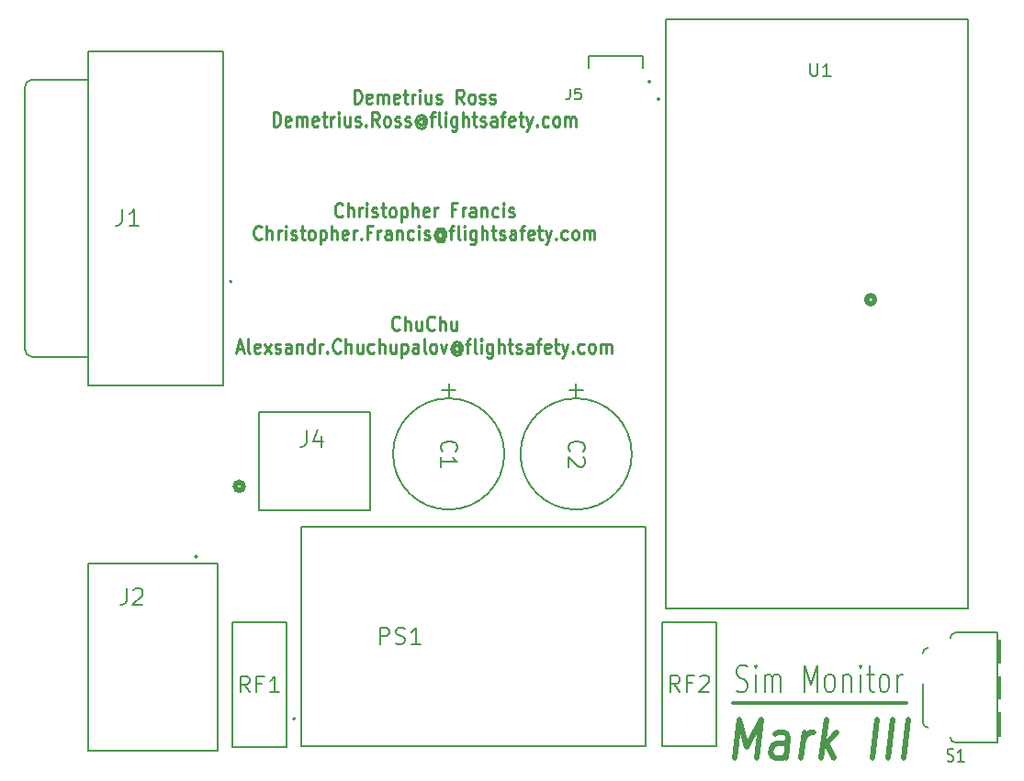
<source format=gbr>
%TF.GenerationSoftware,KiCad,Pcbnew,9.0.0*%
%TF.CreationDate,2025-06-18T07:15:52-06:00*%
%TF.ProjectId,schematic_Mk2.1,73636865-6d61-4746-9963-5f4d6b322e31,rev?*%
%TF.SameCoordinates,Original*%
%TF.FileFunction,Legend,Top*%
%TF.FilePolarity,Positive*%
%FSLAX46Y46*%
G04 Gerber Fmt 4.6, Leading zero omitted, Abs format (unit mm)*
G04 Created by KiCad (PCBNEW 9.0.0) date 2025-06-18 07:15:52*
%MOMM*%
%LPD*%
G01*
G04 APERTURE LIST*
%ADD10C,0.300000*%
%ADD11C,0.500000*%
%ADD12C,0.250000*%
%ADD13C,0.200000*%
%ADD14C,0.150000*%
%ADD15C,0.127000*%
%ADD16C,0.508000*%
%ADD17C,0.152400*%
%ADD18C,0.010000*%
G04 APERTURE END LIST*
D10*
X155225000Y-118750000D02*
X171175000Y-118750000D01*
D11*
X155362399Y-123785667D02*
X155799899Y-120285667D01*
X155799899Y-120285667D02*
X156487399Y-122785667D01*
X156487399Y-122785667D02*
X157799899Y-120285667D01*
X157799899Y-120285667D02*
X157362399Y-123785667D01*
X160076684Y-123785667D02*
X160305851Y-121952334D01*
X160305851Y-121952334D02*
X160204660Y-121619001D01*
X160204660Y-121619001D02*
X159939779Y-121452334D01*
X159939779Y-121452334D02*
X159368351Y-121452334D01*
X159368351Y-121452334D02*
X159061803Y-121619001D01*
X160097518Y-123619001D02*
X159790970Y-123785667D01*
X159790970Y-123785667D02*
X159076684Y-123785667D01*
X159076684Y-123785667D02*
X158811803Y-123619001D01*
X158811803Y-123619001D02*
X158710613Y-123285667D01*
X158710613Y-123285667D02*
X158752279Y-122952334D01*
X158752279Y-122952334D02*
X158936803Y-122619001D01*
X158936803Y-122619001D02*
X159243351Y-122452334D01*
X159243351Y-122452334D02*
X159957637Y-122452334D01*
X159957637Y-122452334D02*
X160264184Y-122285667D01*
X161505256Y-123785667D02*
X161796923Y-121452334D01*
X161713589Y-122119001D02*
X161898113Y-121785667D01*
X161898113Y-121785667D02*
X162061804Y-121619001D01*
X162061804Y-121619001D02*
X162368351Y-121452334D01*
X162368351Y-121452334D02*
X162654065Y-121452334D01*
X163362399Y-123785667D02*
X163799899Y-120285667D01*
X163814780Y-122452334D02*
X164505256Y-123785667D01*
X164796923Y-121452334D02*
X163487399Y-122785667D01*
X168076684Y-123785667D02*
X168514184Y-120285667D01*
X169505255Y-123785667D02*
X169942755Y-120285667D01*
X170933826Y-123785667D02*
X171371326Y-120285667D01*
D12*
X120307406Y-63433534D02*
X120307406Y-62133534D01*
X120307406Y-62133534D02*
X120581216Y-62133534D01*
X120581216Y-62133534D02*
X120745501Y-62195439D01*
X120745501Y-62195439D02*
X120855025Y-62319249D01*
X120855025Y-62319249D02*
X120909787Y-62443058D01*
X120909787Y-62443058D02*
X120964549Y-62690677D01*
X120964549Y-62690677D02*
X120964549Y-62876391D01*
X120964549Y-62876391D02*
X120909787Y-63124010D01*
X120909787Y-63124010D02*
X120855025Y-63247820D01*
X120855025Y-63247820D02*
X120745501Y-63371630D01*
X120745501Y-63371630D02*
X120581216Y-63433534D01*
X120581216Y-63433534D02*
X120307406Y-63433534D01*
X121895501Y-63371630D02*
X121785977Y-63433534D01*
X121785977Y-63433534D02*
X121566930Y-63433534D01*
X121566930Y-63433534D02*
X121457406Y-63371630D01*
X121457406Y-63371630D02*
X121402644Y-63247820D01*
X121402644Y-63247820D02*
X121402644Y-62752582D01*
X121402644Y-62752582D02*
X121457406Y-62628772D01*
X121457406Y-62628772D02*
X121566930Y-62566868D01*
X121566930Y-62566868D02*
X121785977Y-62566868D01*
X121785977Y-62566868D02*
X121895501Y-62628772D01*
X121895501Y-62628772D02*
X121950263Y-62752582D01*
X121950263Y-62752582D02*
X121950263Y-62876391D01*
X121950263Y-62876391D02*
X121402644Y-63000201D01*
X122443120Y-63433534D02*
X122443120Y-62566868D01*
X122443120Y-62690677D02*
X122497882Y-62628772D01*
X122497882Y-62628772D02*
X122607406Y-62566868D01*
X122607406Y-62566868D02*
X122771691Y-62566868D01*
X122771691Y-62566868D02*
X122881215Y-62628772D01*
X122881215Y-62628772D02*
X122935977Y-62752582D01*
X122935977Y-62752582D02*
X122935977Y-63433534D01*
X122935977Y-62752582D02*
X122990739Y-62628772D01*
X122990739Y-62628772D02*
X123100263Y-62566868D01*
X123100263Y-62566868D02*
X123264549Y-62566868D01*
X123264549Y-62566868D02*
X123374072Y-62628772D01*
X123374072Y-62628772D02*
X123428834Y-62752582D01*
X123428834Y-62752582D02*
X123428834Y-63433534D01*
X124414548Y-63371630D02*
X124305024Y-63433534D01*
X124305024Y-63433534D02*
X124085977Y-63433534D01*
X124085977Y-63433534D02*
X123976453Y-63371630D01*
X123976453Y-63371630D02*
X123921691Y-63247820D01*
X123921691Y-63247820D02*
X123921691Y-62752582D01*
X123921691Y-62752582D02*
X123976453Y-62628772D01*
X123976453Y-62628772D02*
X124085977Y-62566868D01*
X124085977Y-62566868D02*
X124305024Y-62566868D01*
X124305024Y-62566868D02*
X124414548Y-62628772D01*
X124414548Y-62628772D02*
X124469310Y-62752582D01*
X124469310Y-62752582D02*
X124469310Y-62876391D01*
X124469310Y-62876391D02*
X123921691Y-63000201D01*
X124797881Y-62566868D02*
X125235977Y-62566868D01*
X124962167Y-62133534D02*
X124962167Y-63247820D01*
X124962167Y-63247820D02*
X125016929Y-63371630D01*
X125016929Y-63371630D02*
X125126453Y-63433534D01*
X125126453Y-63433534D02*
X125235977Y-63433534D01*
X125619310Y-63433534D02*
X125619310Y-62566868D01*
X125619310Y-62814487D02*
X125674072Y-62690677D01*
X125674072Y-62690677D02*
X125728834Y-62628772D01*
X125728834Y-62628772D02*
X125838358Y-62566868D01*
X125838358Y-62566868D02*
X125947881Y-62566868D01*
X126331215Y-63433534D02*
X126331215Y-62566868D01*
X126331215Y-62133534D02*
X126276453Y-62195439D01*
X126276453Y-62195439D02*
X126331215Y-62257344D01*
X126331215Y-62257344D02*
X126385977Y-62195439D01*
X126385977Y-62195439D02*
X126331215Y-62133534D01*
X126331215Y-62133534D02*
X126331215Y-62257344D01*
X127371691Y-62566868D02*
X127371691Y-63433534D01*
X126878834Y-62566868D02*
X126878834Y-63247820D01*
X126878834Y-63247820D02*
X126933596Y-63371630D01*
X126933596Y-63371630D02*
X127043120Y-63433534D01*
X127043120Y-63433534D02*
X127207405Y-63433534D01*
X127207405Y-63433534D02*
X127316929Y-63371630D01*
X127316929Y-63371630D02*
X127371691Y-63309725D01*
X127864548Y-63371630D02*
X127974072Y-63433534D01*
X127974072Y-63433534D02*
X128193120Y-63433534D01*
X128193120Y-63433534D02*
X128302643Y-63371630D01*
X128302643Y-63371630D02*
X128357405Y-63247820D01*
X128357405Y-63247820D02*
X128357405Y-63185915D01*
X128357405Y-63185915D02*
X128302643Y-63062106D01*
X128302643Y-63062106D02*
X128193120Y-63000201D01*
X128193120Y-63000201D02*
X128028834Y-63000201D01*
X128028834Y-63000201D02*
X127919310Y-62938296D01*
X127919310Y-62938296D02*
X127864548Y-62814487D01*
X127864548Y-62814487D02*
X127864548Y-62752582D01*
X127864548Y-62752582D02*
X127919310Y-62628772D01*
X127919310Y-62628772D02*
X128028834Y-62566868D01*
X128028834Y-62566868D02*
X128193120Y-62566868D01*
X128193120Y-62566868D02*
X128302643Y-62628772D01*
X130383595Y-63433534D02*
X130000262Y-62814487D01*
X129726452Y-63433534D02*
X129726452Y-62133534D01*
X129726452Y-62133534D02*
X130164547Y-62133534D01*
X130164547Y-62133534D02*
X130274071Y-62195439D01*
X130274071Y-62195439D02*
X130328833Y-62257344D01*
X130328833Y-62257344D02*
X130383595Y-62381153D01*
X130383595Y-62381153D02*
X130383595Y-62566868D01*
X130383595Y-62566868D02*
X130328833Y-62690677D01*
X130328833Y-62690677D02*
X130274071Y-62752582D01*
X130274071Y-62752582D02*
X130164547Y-62814487D01*
X130164547Y-62814487D02*
X129726452Y-62814487D01*
X131040738Y-63433534D02*
X130931214Y-63371630D01*
X130931214Y-63371630D02*
X130876452Y-63309725D01*
X130876452Y-63309725D02*
X130821690Y-63185915D01*
X130821690Y-63185915D02*
X130821690Y-62814487D01*
X130821690Y-62814487D02*
X130876452Y-62690677D01*
X130876452Y-62690677D02*
X130931214Y-62628772D01*
X130931214Y-62628772D02*
X131040738Y-62566868D01*
X131040738Y-62566868D02*
X131205023Y-62566868D01*
X131205023Y-62566868D02*
X131314547Y-62628772D01*
X131314547Y-62628772D02*
X131369309Y-62690677D01*
X131369309Y-62690677D02*
X131424071Y-62814487D01*
X131424071Y-62814487D02*
X131424071Y-63185915D01*
X131424071Y-63185915D02*
X131369309Y-63309725D01*
X131369309Y-63309725D02*
X131314547Y-63371630D01*
X131314547Y-63371630D02*
X131205023Y-63433534D01*
X131205023Y-63433534D02*
X131040738Y-63433534D01*
X131862166Y-63371630D02*
X131971690Y-63433534D01*
X131971690Y-63433534D02*
X132190738Y-63433534D01*
X132190738Y-63433534D02*
X132300261Y-63371630D01*
X132300261Y-63371630D02*
X132355023Y-63247820D01*
X132355023Y-63247820D02*
X132355023Y-63185915D01*
X132355023Y-63185915D02*
X132300261Y-63062106D01*
X132300261Y-63062106D02*
X132190738Y-63000201D01*
X132190738Y-63000201D02*
X132026452Y-63000201D01*
X132026452Y-63000201D02*
X131916928Y-62938296D01*
X131916928Y-62938296D02*
X131862166Y-62814487D01*
X131862166Y-62814487D02*
X131862166Y-62752582D01*
X131862166Y-62752582D02*
X131916928Y-62628772D01*
X131916928Y-62628772D02*
X132026452Y-62566868D01*
X132026452Y-62566868D02*
X132190738Y-62566868D01*
X132190738Y-62566868D02*
X132300261Y-62628772D01*
X132793118Y-63371630D02*
X132902642Y-63433534D01*
X132902642Y-63433534D02*
X133121690Y-63433534D01*
X133121690Y-63433534D02*
X133231213Y-63371630D01*
X133231213Y-63371630D02*
X133285975Y-63247820D01*
X133285975Y-63247820D02*
X133285975Y-63185915D01*
X133285975Y-63185915D02*
X133231213Y-63062106D01*
X133231213Y-63062106D02*
X133121690Y-63000201D01*
X133121690Y-63000201D02*
X132957404Y-63000201D01*
X132957404Y-63000201D02*
X132847880Y-62938296D01*
X132847880Y-62938296D02*
X132793118Y-62814487D01*
X132793118Y-62814487D02*
X132793118Y-62752582D01*
X132793118Y-62752582D02*
X132847880Y-62628772D01*
X132847880Y-62628772D02*
X132957404Y-62566868D01*
X132957404Y-62566868D02*
X133121690Y-62566868D01*
X133121690Y-62566868D02*
X133231213Y-62628772D01*
X112832407Y-65526461D02*
X112832407Y-64226461D01*
X112832407Y-64226461D02*
X113106217Y-64226461D01*
X113106217Y-64226461D02*
X113270502Y-64288366D01*
X113270502Y-64288366D02*
X113380026Y-64412176D01*
X113380026Y-64412176D02*
X113434788Y-64535985D01*
X113434788Y-64535985D02*
X113489550Y-64783604D01*
X113489550Y-64783604D02*
X113489550Y-64969318D01*
X113489550Y-64969318D02*
X113434788Y-65216937D01*
X113434788Y-65216937D02*
X113380026Y-65340747D01*
X113380026Y-65340747D02*
X113270502Y-65464557D01*
X113270502Y-65464557D02*
X113106217Y-65526461D01*
X113106217Y-65526461D02*
X112832407Y-65526461D01*
X114420502Y-65464557D02*
X114310978Y-65526461D01*
X114310978Y-65526461D02*
X114091931Y-65526461D01*
X114091931Y-65526461D02*
X113982407Y-65464557D01*
X113982407Y-65464557D02*
X113927645Y-65340747D01*
X113927645Y-65340747D02*
X113927645Y-64845509D01*
X113927645Y-64845509D02*
X113982407Y-64721699D01*
X113982407Y-64721699D02*
X114091931Y-64659795D01*
X114091931Y-64659795D02*
X114310978Y-64659795D01*
X114310978Y-64659795D02*
X114420502Y-64721699D01*
X114420502Y-64721699D02*
X114475264Y-64845509D01*
X114475264Y-64845509D02*
X114475264Y-64969318D01*
X114475264Y-64969318D02*
X113927645Y-65093128D01*
X114968121Y-65526461D02*
X114968121Y-64659795D01*
X114968121Y-64783604D02*
X115022883Y-64721699D01*
X115022883Y-64721699D02*
X115132407Y-64659795D01*
X115132407Y-64659795D02*
X115296692Y-64659795D01*
X115296692Y-64659795D02*
X115406216Y-64721699D01*
X115406216Y-64721699D02*
X115460978Y-64845509D01*
X115460978Y-64845509D02*
X115460978Y-65526461D01*
X115460978Y-64845509D02*
X115515740Y-64721699D01*
X115515740Y-64721699D02*
X115625264Y-64659795D01*
X115625264Y-64659795D02*
X115789550Y-64659795D01*
X115789550Y-64659795D02*
X115899073Y-64721699D01*
X115899073Y-64721699D02*
X115953835Y-64845509D01*
X115953835Y-64845509D02*
X115953835Y-65526461D01*
X116939549Y-65464557D02*
X116830025Y-65526461D01*
X116830025Y-65526461D02*
X116610978Y-65526461D01*
X116610978Y-65526461D02*
X116501454Y-65464557D01*
X116501454Y-65464557D02*
X116446692Y-65340747D01*
X116446692Y-65340747D02*
X116446692Y-64845509D01*
X116446692Y-64845509D02*
X116501454Y-64721699D01*
X116501454Y-64721699D02*
X116610978Y-64659795D01*
X116610978Y-64659795D02*
X116830025Y-64659795D01*
X116830025Y-64659795D02*
X116939549Y-64721699D01*
X116939549Y-64721699D02*
X116994311Y-64845509D01*
X116994311Y-64845509D02*
X116994311Y-64969318D01*
X116994311Y-64969318D02*
X116446692Y-65093128D01*
X117322882Y-64659795D02*
X117760978Y-64659795D01*
X117487168Y-64226461D02*
X117487168Y-65340747D01*
X117487168Y-65340747D02*
X117541930Y-65464557D01*
X117541930Y-65464557D02*
X117651454Y-65526461D01*
X117651454Y-65526461D02*
X117760978Y-65526461D01*
X118144311Y-65526461D02*
X118144311Y-64659795D01*
X118144311Y-64907414D02*
X118199073Y-64783604D01*
X118199073Y-64783604D02*
X118253835Y-64721699D01*
X118253835Y-64721699D02*
X118363359Y-64659795D01*
X118363359Y-64659795D02*
X118472882Y-64659795D01*
X118856216Y-65526461D02*
X118856216Y-64659795D01*
X118856216Y-64226461D02*
X118801454Y-64288366D01*
X118801454Y-64288366D02*
X118856216Y-64350271D01*
X118856216Y-64350271D02*
X118910978Y-64288366D01*
X118910978Y-64288366D02*
X118856216Y-64226461D01*
X118856216Y-64226461D02*
X118856216Y-64350271D01*
X119896692Y-64659795D02*
X119896692Y-65526461D01*
X119403835Y-64659795D02*
X119403835Y-65340747D01*
X119403835Y-65340747D02*
X119458597Y-65464557D01*
X119458597Y-65464557D02*
X119568121Y-65526461D01*
X119568121Y-65526461D02*
X119732406Y-65526461D01*
X119732406Y-65526461D02*
X119841930Y-65464557D01*
X119841930Y-65464557D02*
X119896692Y-65402652D01*
X120389549Y-65464557D02*
X120499073Y-65526461D01*
X120499073Y-65526461D02*
X120718121Y-65526461D01*
X120718121Y-65526461D02*
X120827644Y-65464557D01*
X120827644Y-65464557D02*
X120882406Y-65340747D01*
X120882406Y-65340747D02*
X120882406Y-65278842D01*
X120882406Y-65278842D02*
X120827644Y-65155033D01*
X120827644Y-65155033D02*
X120718121Y-65093128D01*
X120718121Y-65093128D02*
X120553835Y-65093128D01*
X120553835Y-65093128D02*
X120444311Y-65031223D01*
X120444311Y-65031223D02*
X120389549Y-64907414D01*
X120389549Y-64907414D02*
X120389549Y-64845509D01*
X120389549Y-64845509D02*
X120444311Y-64721699D01*
X120444311Y-64721699D02*
X120553835Y-64659795D01*
X120553835Y-64659795D02*
X120718121Y-64659795D01*
X120718121Y-64659795D02*
X120827644Y-64721699D01*
X121375263Y-65402652D02*
X121430025Y-65464557D01*
X121430025Y-65464557D02*
X121375263Y-65526461D01*
X121375263Y-65526461D02*
X121320501Y-65464557D01*
X121320501Y-65464557D02*
X121375263Y-65402652D01*
X121375263Y-65402652D02*
X121375263Y-65526461D01*
X122580025Y-65526461D02*
X122196692Y-64907414D01*
X121922882Y-65526461D02*
X121922882Y-64226461D01*
X121922882Y-64226461D02*
X122360977Y-64226461D01*
X122360977Y-64226461D02*
X122470501Y-64288366D01*
X122470501Y-64288366D02*
X122525263Y-64350271D01*
X122525263Y-64350271D02*
X122580025Y-64474080D01*
X122580025Y-64474080D02*
X122580025Y-64659795D01*
X122580025Y-64659795D02*
X122525263Y-64783604D01*
X122525263Y-64783604D02*
X122470501Y-64845509D01*
X122470501Y-64845509D02*
X122360977Y-64907414D01*
X122360977Y-64907414D02*
X121922882Y-64907414D01*
X123237168Y-65526461D02*
X123127644Y-65464557D01*
X123127644Y-65464557D02*
X123072882Y-65402652D01*
X123072882Y-65402652D02*
X123018120Y-65278842D01*
X123018120Y-65278842D02*
X123018120Y-64907414D01*
X123018120Y-64907414D02*
X123072882Y-64783604D01*
X123072882Y-64783604D02*
X123127644Y-64721699D01*
X123127644Y-64721699D02*
X123237168Y-64659795D01*
X123237168Y-64659795D02*
X123401453Y-64659795D01*
X123401453Y-64659795D02*
X123510977Y-64721699D01*
X123510977Y-64721699D02*
X123565739Y-64783604D01*
X123565739Y-64783604D02*
X123620501Y-64907414D01*
X123620501Y-64907414D02*
X123620501Y-65278842D01*
X123620501Y-65278842D02*
X123565739Y-65402652D01*
X123565739Y-65402652D02*
X123510977Y-65464557D01*
X123510977Y-65464557D02*
X123401453Y-65526461D01*
X123401453Y-65526461D02*
X123237168Y-65526461D01*
X124058596Y-65464557D02*
X124168120Y-65526461D01*
X124168120Y-65526461D02*
X124387168Y-65526461D01*
X124387168Y-65526461D02*
X124496691Y-65464557D01*
X124496691Y-65464557D02*
X124551453Y-65340747D01*
X124551453Y-65340747D02*
X124551453Y-65278842D01*
X124551453Y-65278842D02*
X124496691Y-65155033D01*
X124496691Y-65155033D02*
X124387168Y-65093128D01*
X124387168Y-65093128D02*
X124222882Y-65093128D01*
X124222882Y-65093128D02*
X124113358Y-65031223D01*
X124113358Y-65031223D02*
X124058596Y-64907414D01*
X124058596Y-64907414D02*
X124058596Y-64845509D01*
X124058596Y-64845509D02*
X124113358Y-64721699D01*
X124113358Y-64721699D02*
X124222882Y-64659795D01*
X124222882Y-64659795D02*
X124387168Y-64659795D01*
X124387168Y-64659795D02*
X124496691Y-64721699D01*
X124989548Y-65464557D02*
X125099072Y-65526461D01*
X125099072Y-65526461D02*
X125318120Y-65526461D01*
X125318120Y-65526461D02*
X125427643Y-65464557D01*
X125427643Y-65464557D02*
X125482405Y-65340747D01*
X125482405Y-65340747D02*
X125482405Y-65278842D01*
X125482405Y-65278842D02*
X125427643Y-65155033D01*
X125427643Y-65155033D02*
X125318120Y-65093128D01*
X125318120Y-65093128D02*
X125153834Y-65093128D01*
X125153834Y-65093128D02*
X125044310Y-65031223D01*
X125044310Y-65031223D02*
X124989548Y-64907414D01*
X124989548Y-64907414D02*
X124989548Y-64845509D01*
X124989548Y-64845509D02*
X125044310Y-64721699D01*
X125044310Y-64721699D02*
X125153834Y-64659795D01*
X125153834Y-64659795D02*
X125318120Y-64659795D01*
X125318120Y-64659795D02*
X125427643Y-64721699D01*
X126687167Y-64907414D02*
X126632405Y-64845509D01*
X126632405Y-64845509D02*
X126522881Y-64783604D01*
X126522881Y-64783604D02*
X126413357Y-64783604D01*
X126413357Y-64783604D02*
X126303833Y-64845509D01*
X126303833Y-64845509D02*
X126249072Y-64907414D01*
X126249072Y-64907414D02*
X126194310Y-65031223D01*
X126194310Y-65031223D02*
X126194310Y-65155033D01*
X126194310Y-65155033D02*
X126249072Y-65278842D01*
X126249072Y-65278842D02*
X126303833Y-65340747D01*
X126303833Y-65340747D02*
X126413357Y-65402652D01*
X126413357Y-65402652D02*
X126522881Y-65402652D01*
X126522881Y-65402652D02*
X126632405Y-65340747D01*
X126632405Y-65340747D02*
X126687167Y-65278842D01*
X126687167Y-64783604D02*
X126687167Y-65278842D01*
X126687167Y-65278842D02*
X126741929Y-65340747D01*
X126741929Y-65340747D02*
X126796691Y-65340747D01*
X126796691Y-65340747D02*
X126906214Y-65278842D01*
X126906214Y-65278842D02*
X126960976Y-65155033D01*
X126960976Y-65155033D02*
X126960976Y-64845509D01*
X126960976Y-64845509D02*
X126851453Y-64659795D01*
X126851453Y-64659795D02*
X126687167Y-64535985D01*
X126687167Y-64535985D02*
X126468119Y-64474080D01*
X126468119Y-64474080D02*
X126249072Y-64535985D01*
X126249072Y-64535985D02*
X126084786Y-64659795D01*
X126084786Y-64659795D02*
X125975262Y-64845509D01*
X125975262Y-64845509D02*
X125920500Y-65093128D01*
X125920500Y-65093128D02*
X125975262Y-65340747D01*
X125975262Y-65340747D02*
X126084786Y-65526461D01*
X126084786Y-65526461D02*
X126249072Y-65650271D01*
X126249072Y-65650271D02*
X126468119Y-65712176D01*
X126468119Y-65712176D02*
X126687167Y-65650271D01*
X126687167Y-65650271D02*
X126851453Y-65526461D01*
X127289547Y-64659795D02*
X127727643Y-64659795D01*
X127453833Y-65526461D02*
X127453833Y-64412176D01*
X127453833Y-64412176D02*
X127508595Y-64288366D01*
X127508595Y-64288366D02*
X127618119Y-64226461D01*
X127618119Y-64226461D02*
X127727643Y-64226461D01*
X128275262Y-65526461D02*
X128165738Y-65464557D01*
X128165738Y-65464557D02*
X128110976Y-65340747D01*
X128110976Y-65340747D02*
X128110976Y-64226461D01*
X128713357Y-65526461D02*
X128713357Y-64659795D01*
X128713357Y-64226461D02*
X128658595Y-64288366D01*
X128658595Y-64288366D02*
X128713357Y-64350271D01*
X128713357Y-64350271D02*
X128768119Y-64288366D01*
X128768119Y-64288366D02*
X128713357Y-64226461D01*
X128713357Y-64226461D02*
X128713357Y-64350271D01*
X129753833Y-64659795D02*
X129753833Y-65712176D01*
X129753833Y-65712176D02*
X129699071Y-65835985D01*
X129699071Y-65835985D02*
X129644309Y-65897890D01*
X129644309Y-65897890D02*
X129534786Y-65959795D01*
X129534786Y-65959795D02*
X129370500Y-65959795D01*
X129370500Y-65959795D02*
X129260976Y-65897890D01*
X129753833Y-65464557D02*
X129644309Y-65526461D01*
X129644309Y-65526461D02*
X129425262Y-65526461D01*
X129425262Y-65526461D02*
X129315738Y-65464557D01*
X129315738Y-65464557D02*
X129260976Y-65402652D01*
X129260976Y-65402652D02*
X129206214Y-65278842D01*
X129206214Y-65278842D02*
X129206214Y-64907414D01*
X129206214Y-64907414D02*
X129260976Y-64783604D01*
X129260976Y-64783604D02*
X129315738Y-64721699D01*
X129315738Y-64721699D02*
X129425262Y-64659795D01*
X129425262Y-64659795D02*
X129644309Y-64659795D01*
X129644309Y-64659795D02*
X129753833Y-64721699D01*
X130301452Y-65526461D02*
X130301452Y-64226461D01*
X130794309Y-65526461D02*
X130794309Y-64845509D01*
X130794309Y-64845509D02*
X130739547Y-64721699D01*
X130739547Y-64721699D02*
X130630023Y-64659795D01*
X130630023Y-64659795D02*
X130465738Y-64659795D01*
X130465738Y-64659795D02*
X130356214Y-64721699D01*
X130356214Y-64721699D02*
X130301452Y-64783604D01*
X131177642Y-64659795D02*
X131615738Y-64659795D01*
X131341928Y-64226461D02*
X131341928Y-65340747D01*
X131341928Y-65340747D02*
X131396690Y-65464557D01*
X131396690Y-65464557D02*
X131506214Y-65526461D01*
X131506214Y-65526461D02*
X131615738Y-65526461D01*
X131944309Y-65464557D02*
X132053833Y-65526461D01*
X132053833Y-65526461D02*
X132272881Y-65526461D01*
X132272881Y-65526461D02*
X132382404Y-65464557D01*
X132382404Y-65464557D02*
X132437166Y-65340747D01*
X132437166Y-65340747D02*
X132437166Y-65278842D01*
X132437166Y-65278842D02*
X132382404Y-65155033D01*
X132382404Y-65155033D02*
X132272881Y-65093128D01*
X132272881Y-65093128D02*
X132108595Y-65093128D01*
X132108595Y-65093128D02*
X131999071Y-65031223D01*
X131999071Y-65031223D02*
X131944309Y-64907414D01*
X131944309Y-64907414D02*
X131944309Y-64845509D01*
X131944309Y-64845509D02*
X131999071Y-64721699D01*
X131999071Y-64721699D02*
X132108595Y-64659795D01*
X132108595Y-64659795D02*
X132272881Y-64659795D01*
X132272881Y-64659795D02*
X132382404Y-64721699D01*
X133422880Y-65526461D02*
X133422880Y-64845509D01*
X133422880Y-64845509D02*
X133368118Y-64721699D01*
X133368118Y-64721699D02*
X133258594Y-64659795D01*
X133258594Y-64659795D02*
X133039547Y-64659795D01*
X133039547Y-64659795D02*
X132930023Y-64721699D01*
X133422880Y-65464557D02*
X133313356Y-65526461D01*
X133313356Y-65526461D02*
X133039547Y-65526461D01*
X133039547Y-65526461D02*
X132930023Y-65464557D01*
X132930023Y-65464557D02*
X132875261Y-65340747D01*
X132875261Y-65340747D02*
X132875261Y-65216937D01*
X132875261Y-65216937D02*
X132930023Y-65093128D01*
X132930023Y-65093128D02*
X133039547Y-65031223D01*
X133039547Y-65031223D02*
X133313356Y-65031223D01*
X133313356Y-65031223D02*
X133422880Y-64969318D01*
X133806213Y-64659795D02*
X134244309Y-64659795D01*
X133970499Y-65526461D02*
X133970499Y-64412176D01*
X133970499Y-64412176D02*
X134025261Y-64288366D01*
X134025261Y-64288366D02*
X134134785Y-64226461D01*
X134134785Y-64226461D02*
X134244309Y-64226461D01*
X135065737Y-65464557D02*
X134956213Y-65526461D01*
X134956213Y-65526461D02*
X134737166Y-65526461D01*
X134737166Y-65526461D02*
X134627642Y-65464557D01*
X134627642Y-65464557D02*
X134572880Y-65340747D01*
X134572880Y-65340747D02*
X134572880Y-64845509D01*
X134572880Y-64845509D02*
X134627642Y-64721699D01*
X134627642Y-64721699D02*
X134737166Y-64659795D01*
X134737166Y-64659795D02*
X134956213Y-64659795D01*
X134956213Y-64659795D02*
X135065737Y-64721699D01*
X135065737Y-64721699D02*
X135120499Y-64845509D01*
X135120499Y-64845509D02*
X135120499Y-64969318D01*
X135120499Y-64969318D02*
X134572880Y-65093128D01*
X135449070Y-64659795D02*
X135887166Y-64659795D01*
X135613356Y-64226461D02*
X135613356Y-65340747D01*
X135613356Y-65340747D02*
X135668118Y-65464557D01*
X135668118Y-65464557D02*
X135777642Y-65526461D01*
X135777642Y-65526461D02*
X135887166Y-65526461D01*
X136160975Y-64659795D02*
X136434785Y-65526461D01*
X136708594Y-64659795D02*
X136434785Y-65526461D01*
X136434785Y-65526461D02*
X136325261Y-65835985D01*
X136325261Y-65835985D02*
X136270499Y-65897890D01*
X136270499Y-65897890D02*
X136160975Y-65959795D01*
X137146689Y-65402652D02*
X137201451Y-65464557D01*
X137201451Y-65464557D02*
X137146689Y-65526461D01*
X137146689Y-65526461D02*
X137091927Y-65464557D01*
X137091927Y-65464557D02*
X137146689Y-65402652D01*
X137146689Y-65402652D02*
X137146689Y-65526461D01*
X138187165Y-65464557D02*
X138077641Y-65526461D01*
X138077641Y-65526461D02*
X137858594Y-65526461D01*
X137858594Y-65526461D02*
X137749070Y-65464557D01*
X137749070Y-65464557D02*
X137694308Y-65402652D01*
X137694308Y-65402652D02*
X137639546Y-65278842D01*
X137639546Y-65278842D02*
X137639546Y-64907414D01*
X137639546Y-64907414D02*
X137694308Y-64783604D01*
X137694308Y-64783604D02*
X137749070Y-64721699D01*
X137749070Y-64721699D02*
X137858594Y-64659795D01*
X137858594Y-64659795D02*
X138077641Y-64659795D01*
X138077641Y-64659795D02*
X138187165Y-64721699D01*
X138844308Y-65526461D02*
X138734784Y-65464557D01*
X138734784Y-65464557D02*
X138680022Y-65402652D01*
X138680022Y-65402652D02*
X138625260Y-65278842D01*
X138625260Y-65278842D02*
X138625260Y-64907414D01*
X138625260Y-64907414D02*
X138680022Y-64783604D01*
X138680022Y-64783604D02*
X138734784Y-64721699D01*
X138734784Y-64721699D02*
X138844308Y-64659795D01*
X138844308Y-64659795D02*
X139008593Y-64659795D01*
X139008593Y-64659795D02*
X139118117Y-64721699D01*
X139118117Y-64721699D02*
X139172879Y-64783604D01*
X139172879Y-64783604D02*
X139227641Y-64907414D01*
X139227641Y-64907414D02*
X139227641Y-65278842D01*
X139227641Y-65278842D02*
X139172879Y-65402652D01*
X139172879Y-65402652D02*
X139118117Y-65464557D01*
X139118117Y-65464557D02*
X139008593Y-65526461D01*
X139008593Y-65526461D02*
X138844308Y-65526461D01*
X139720498Y-65526461D02*
X139720498Y-64659795D01*
X139720498Y-64783604D02*
X139775260Y-64721699D01*
X139775260Y-64721699D02*
X139884784Y-64659795D01*
X139884784Y-64659795D02*
X140049069Y-64659795D01*
X140049069Y-64659795D02*
X140158593Y-64721699D01*
X140158593Y-64721699D02*
X140213355Y-64845509D01*
X140213355Y-64845509D02*
X140213355Y-65526461D01*
X140213355Y-64845509D02*
X140268117Y-64721699D01*
X140268117Y-64721699D02*
X140377641Y-64659795D01*
X140377641Y-64659795D02*
X140541927Y-64659795D01*
X140541927Y-64659795D02*
X140651450Y-64721699D01*
X140651450Y-64721699D02*
X140706212Y-64845509D01*
X140706212Y-64845509D02*
X140706212Y-65526461D01*
X119212168Y-73774360D02*
X119157406Y-73836265D01*
X119157406Y-73836265D02*
X118993120Y-73898169D01*
X118993120Y-73898169D02*
X118883596Y-73898169D01*
X118883596Y-73898169D02*
X118719311Y-73836265D01*
X118719311Y-73836265D02*
X118609787Y-73712455D01*
X118609787Y-73712455D02*
X118555025Y-73588645D01*
X118555025Y-73588645D02*
X118500263Y-73341026D01*
X118500263Y-73341026D02*
X118500263Y-73155312D01*
X118500263Y-73155312D02*
X118555025Y-72907693D01*
X118555025Y-72907693D02*
X118609787Y-72783884D01*
X118609787Y-72783884D02*
X118719311Y-72660074D01*
X118719311Y-72660074D02*
X118883596Y-72598169D01*
X118883596Y-72598169D02*
X118993120Y-72598169D01*
X118993120Y-72598169D02*
X119157406Y-72660074D01*
X119157406Y-72660074D02*
X119212168Y-72721979D01*
X119705025Y-73898169D02*
X119705025Y-72598169D01*
X120197882Y-73898169D02*
X120197882Y-73217217D01*
X120197882Y-73217217D02*
X120143120Y-73093407D01*
X120143120Y-73093407D02*
X120033596Y-73031503D01*
X120033596Y-73031503D02*
X119869311Y-73031503D01*
X119869311Y-73031503D02*
X119759787Y-73093407D01*
X119759787Y-73093407D02*
X119705025Y-73155312D01*
X120745501Y-73898169D02*
X120745501Y-73031503D01*
X120745501Y-73279122D02*
X120800263Y-73155312D01*
X120800263Y-73155312D02*
X120855025Y-73093407D01*
X120855025Y-73093407D02*
X120964549Y-73031503D01*
X120964549Y-73031503D02*
X121074072Y-73031503D01*
X121457406Y-73898169D02*
X121457406Y-73031503D01*
X121457406Y-72598169D02*
X121402644Y-72660074D01*
X121402644Y-72660074D02*
X121457406Y-72721979D01*
X121457406Y-72721979D02*
X121512168Y-72660074D01*
X121512168Y-72660074D02*
X121457406Y-72598169D01*
X121457406Y-72598169D02*
X121457406Y-72721979D01*
X121950263Y-73836265D02*
X122059787Y-73898169D01*
X122059787Y-73898169D02*
X122278835Y-73898169D01*
X122278835Y-73898169D02*
X122388358Y-73836265D01*
X122388358Y-73836265D02*
X122443120Y-73712455D01*
X122443120Y-73712455D02*
X122443120Y-73650550D01*
X122443120Y-73650550D02*
X122388358Y-73526741D01*
X122388358Y-73526741D02*
X122278835Y-73464836D01*
X122278835Y-73464836D02*
X122114549Y-73464836D01*
X122114549Y-73464836D02*
X122005025Y-73402931D01*
X122005025Y-73402931D02*
X121950263Y-73279122D01*
X121950263Y-73279122D02*
X121950263Y-73217217D01*
X121950263Y-73217217D02*
X122005025Y-73093407D01*
X122005025Y-73093407D02*
X122114549Y-73031503D01*
X122114549Y-73031503D02*
X122278835Y-73031503D01*
X122278835Y-73031503D02*
X122388358Y-73093407D01*
X122771691Y-73031503D02*
X123209787Y-73031503D01*
X122935977Y-72598169D02*
X122935977Y-73712455D01*
X122935977Y-73712455D02*
X122990739Y-73836265D01*
X122990739Y-73836265D02*
X123100263Y-73898169D01*
X123100263Y-73898169D02*
X123209787Y-73898169D01*
X123757406Y-73898169D02*
X123647882Y-73836265D01*
X123647882Y-73836265D02*
X123593120Y-73774360D01*
X123593120Y-73774360D02*
X123538358Y-73650550D01*
X123538358Y-73650550D02*
X123538358Y-73279122D01*
X123538358Y-73279122D02*
X123593120Y-73155312D01*
X123593120Y-73155312D02*
X123647882Y-73093407D01*
X123647882Y-73093407D02*
X123757406Y-73031503D01*
X123757406Y-73031503D02*
X123921691Y-73031503D01*
X123921691Y-73031503D02*
X124031215Y-73093407D01*
X124031215Y-73093407D02*
X124085977Y-73155312D01*
X124085977Y-73155312D02*
X124140739Y-73279122D01*
X124140739Y-73279122D02*
X124140739Y-73650550D01*
X124140739Y-73650550D02*
X124085977Y-73774360D01*
X124085977Y-73774360D02*
X124031215Y-73836265D01*
X124031215Y-73836265D02*
X123921691Y-73898169D01*
X123921691Y-73898169D02*
X123757406Y-73898169D01*
X124633596Y-73031503D02*
X124633596Y-74331503D01*
X124633596Y-73093407D02*
X124743120Y-73031503D01*
X124743120Y-73031503D02*
X124962167Y-73031503D01*
X124962167Y-73031503D02*
X125071691Y-73093407D01*
X125071691Y-73093407D02*
X125126453Y-73155312D01*
X125126453Y-73155312D02*
X125181215Y-73279122D01*
X125181215Y-73279122D02*
X125181215Y-73650550D01*
X125181215Y-73650550D02*
X125126453Y-73774360D01*
X125126453Y-73774360D02*
X125071691Y-73836265D01*
X125071691Y-73836265D02*
X124962167Y-73898169D01*
X124962167Y-73898169D02*
X124743120Y-73898169D01*
X124743120Y-73898169D02*
X124633596Y-73836265D01*
X125674072Y-73898169D02*
X125674072Y-72598169D01*
X126166929Y-73898169D02*
X126166929Y-73217217D01*
X126166929Y-73217217D02*
X126112167Y-73093407D01*
X126112167Y-73093407D02*
X126002643Y-73031503D01*
X126002643Y-73031503D02*
X125838358Y-73031503D01*
X125838358Y-73031503D02*
X125728834Y-73093407D01*
X125728834Y-73093407D02*
X125674072Y-73155312D01*
X127152643Y-73836265D02*
X127043119Y-73898169D01*
X127043119Y-73898169D02*
X126824072Y-73898169D01*
X126824072Y-73898169D02*
X126714548Y-73836265D01*
X126714548Y-73836265D02*
X126659786Y-73712455D01*
X126659786Y-73712455D02*
X126659786Y-73217217D01*
X126659786Y-73217217D02*
X126714548Y-73093407D01*
X126714548Y-73093407D02*
X126824072Y-73031503D01*
X126824072Y-73031503D02*
X127043119Y-73031503D01*
X127043119Y-73031503D02*
X127152643Y-73093407D01*
X127152643Y-73093407D02*
X127207405Y-73217217D01*
X127207405Y-73217217D02*
X127207405Y-73341026D01*
X127207405Y-73341026D02*
X126659786Y-73464836D01*
X127700262Y-73898169D02*
X127700262Y-73031503D01*
X127700262Y-73279122D02*
X127755024Y-73155312D01*
X127755024Y-73155312D02*
X127809786Y-73093407D01*
X127809786Y-73093407D02*
X127919310Y-73031503D01*
X127919310Y-73031503D02*
X128028833Y-73031503D01*
X129671690Y-73217217D02*
X129288357Y-73217217D01*
X129288357Y-73898169D02*
X129288357Y-72598169D01*
X129288357Y-72598169D02*
X129835976Y-72598169D01*
X130274071Y-73898169D02*
X130274071Y-73031503D01*
X130274071Y-73279122D02*
X130328833Y-73155312D01*
X130328833Y-73155312D02*
X130383595Y-73093407D01*
X130383595Y-73093407D02*
X130493119Y-73031503D01*
X130493119Y-73031503D02*
X130602642Y-73031503D01*
X131478833Y-73898169D02*
X131478833Y-73217217D01*
X131478833Y-73217217D02*
X131424071Y-73093407D01*
X131424071Y-73093407D02*
X131314547Y-73031503D01*
X131314547Y-73031503D02*
X131095500Y-73031503D01*
X131095500Y-73031503D02*
X130985976Y-73093407D01*
X131478833Y-73836265D02*
X131369309Y-73898169D01*
X131369309Y-73898169D02*
X131095500Y-73898169D01*
X131095500Y-73898169D02*
X130985976Y-73836265D01*
X130985976Y-73836265D02*
X130931214Y-73712455D01*
X130931214Y-73712455D02*
X130931214Y-73588645D01*
X130931214Y-73588645D02*
X130985976Y-73464836D01*
X130985976Y-73464836D02*
X131095500Y-73402931D01*
X131095500Y-73402931D02*
X131369309Y-73402931D01*
X131369309Y-73402931D02*
X131478833Y-73341026D01*
X132026452Y-73031503D02*
X132026452Y-73898169D01*
X132026452Y-73155312D02*
X132081214Y-73093407D01*
X132081214Y-73093407D02*
X132190738Y-73031503D01*
X132190738Y-73031503D02*
X132355023Y-73031503D01*
X132355023Y-73031503D02*
X132464547Y-73093407D01*
X132464547Y-73093407D02*
X132519309Y-73217217D01*
X132519309Y-73217217D02*
X132519309Y-73898169D01*
X133559785Y-73836265D02*
X133450261Y-73898169D01*
X133450261Y-73898169D02*
X133231214Y-73898169D01*
X133231214Y-73898169D02*
X133121690Y-73836265D01*
X133121690Y-73836265D02*
X133066928Y-73774360D01*
X133066928Y-73774360D02*
X133012166Y-73650550D01*
X133012166Y-73650550D02*
X133012166Y-73279122D01*
X133012166Y-73279122D02*
X133066928Y-73155312D01*
X133066928Y-73155312D02*
X133121690Y-73093407D01*
X133121690Y-73093407D02*
X133231214Y-73031503D01*
X133231214Y-73031503D02*
X133450261Y-73031503D01*
X133450261Y-73031503D02*
X133559785Y-73093407D01*
X134052642Y-73898169D02*
X134052642Y-73031503D01*
X134052642Y-72598169D02*
X133997880Y-72660074D01*
X133997880Y-72660074D02*
X134052642Y-72721979D01*
X134052642Y-72721979D02*
X134107404Y-72660074D01*
X134107404Y-72660074D02*
X134052642Y-72598169D01*
X134052642Y-72598169D02*
X134052642Y-72721979D01*
X134545499Y-73836265D02*
X134655023Y-73898169D01*
X134655023Y-73898169D02*
X134874071Y-73898169D01*
X134874071Y-73898169D02*
X134983594Y-73836265D01*
X134983594Y-73836265D02*
X135038356Y-73712455D01*
X135038356Y-73712455D02*
X135038356Y-73650550D01*
X135038356Y-73650550D02*
X134983594Y-73526741D01*
X134983594Y-73526741D02*
X134874071Y-73464836D01*
X134874071Y-73464836D02*
X134709785Y-73464836D01*
X134709785Y-73464836D02*
X134600261Y-73402931D01*
X134600261Y-73402931D02*
X134545499Y-73279122D01*
X134545499Y-73279122D02*
X134545499Y-73217217D01*
X134545499Y-73217217D02*
X134600261Y-73093407D01*
X134600261Y-73093407D02*
X134709785Y-73031503D01*
X134709785Y-73031503D02*
X134874071Y-73031503D01*
X134874071Y-73031503D02*
X134983594Y-73093407D01*
X111737169Y-75867287D02*
X111682407Y-75929192D01*
X111682407Y-75929192D02*
X111518121Y-75991096D01*
X111518121Y-75991096D02*
X111408597Y-75991096D01*
X111408597Y-75991096D02*
X111244312Y-75929192D01*
X111244312Y-75929192D02*
X111134788Y-75805382D01*
X111134788Y-75805382D02*
X111080026Y-75681572D01*
X111080026Y-75681572D02*
X111025264Y-75433953D01*
X111025264Y-75433953D02*
X111025264Y-75248239D01*
X111025264Y-75248239D02*
X111080026Y-75000620D01*
X111080026Y-75000620D02*
X111134788Y-74876811D01*
X111134788Y-74876811D02*
X111244312Y-74753001D01*
X111244312Y-74753001D02*
X111408597Y-74691096D01*
X111408597Y-74691096D02*
X111518121Y-74691096D01*
X111518121Y-74691096D02*
X111682407Y-74753001D01*
X111682407Y-74753001D02*
X111737169Y-74814906D01*
X112230026Y-75991096D02*
X112230026Y-74691096D01*
X112722883Y-75991096D02*
X112722883Y-75310144D01*
X112722883Y-75310144D02*
X112668121Y-75186334D01*
X112668121Y-75186334D02*
X112558597Y-75124430D01*
X112558597Y-75124430D02*
X112394312Y-75124430D01*
X112394312Y-75124430D02*
X112284788Y-75186334D01*
X112284788Y-75186334D02*
X112230026Y-75248239D01*
X113270502Y-75991096D02*
X113270502Y-75124430D01*
X113270502Y-75372049D02*
X113325264Y-75248239D01*
X113325264Y-75248239D02*
X113380026Y-75186334D01*
X113380026Y-75186334D02*
X113489550Y-75124430D01*
X113489550Y-75124430D02*
X113599073Y-75124430D01*
X113982407Y-75991096D02*
X113982407Y-75124430D01*
X113982407Y-74691096D02*
X113927645Y-74753001D01*
X113927645Y-74753001D02*
X113982407Y-74814906D01*
X113982407Y-74814906D02*
X114037169Y-74753001D01*
X114037169Y-74753001D02*
X113982407Y-74691096D01*
X113982407Y-74691096D02*
X113982407Y-74814906D01*
X114475264Y-75929192D02*
X114584788Y-75991096D01*
X114584788Y-75991096D02*
X114803836Y-75991096D01*
X114803836Y-75991096D02*
X114913359Y-75929192D01*
X114913359Y-75929192D02*
X114968121Y-75805382D01*
X114968121Y-75805382D02*
X114968121Y-75743477D01*
X114968121Y-75743477D02*
X114913359Y-75619668D01*
X114913359Y-75619668D02*
X114803836Y-75557763D01*
X114803836Y-75557763D02*
X114639550Y-75557763D01*
X114639550Y-75557763D02*
X114530026Y-75495858D01*
X114530026Y-75495858D02*
X114475264Y-75372049D01*
X114475264Y-75372049D02*
X114475264Y-75310144D01*
X114475264Y-75310144D02*
X114530026Y-75186334D01*
X114530026Y-75186334D02*
X114639550Y-75124430D01*
X114639550Y-75124430D02*
X114803836Y-75124430D01*
X114803836Y-75124430D02*
X114913359Y-75186334D01*
X115296692Y-75124430D02*
X115734788Y-75124430D01*
X115460978Y-74691096D02*
X115460978Y-75805382D01*
X115460978Y-75805382D02*
X115515740Y-75929192D01*
X115515740Y-75929192D02*
X115625264Y-75991096D01*
X115625264Y-75991096D02*
X115734788Y-75991096D01*
X116282407Y-75991096D02*
X116172883Y-75929192D01*
X116172883Y-75929192D02*
X116118121Y-75867287D01*
X116118121Y-75867287D02*
X116063359Y-75743477D01*
X116063359Y-75743477D02*
X116063359Y-75372049D01*
X116063359Y-75372049D02*
X116118121Y-75248239D01*
X116118121Y-75248239D02*
X116172883Y-75186334D01*
X116172883Y-75186334D02*
X116282407Y-75124430D01*
X116282407Y-75124430D02*
X116446692Y-75124430D01*
X116446692Y-75124430D02*
X116556216Y-75186334D01*
X116556216Y-75186334D02*
X116610978Y-75248239D01*
X116610978Y-75248239D02*
X116665740Y-75372049D01*
X116665740Y-75372049D02*
X116665740Y-75743477D01*
X116665740Y-75743477D02*
X116610978Y-75867287D01*
X116610978Y-75867287D02*
X116556216Y-75929192D01*
X116556216Y-75929192D02*
X116446692Y-75991096D01*
X116446692Y-75991096D02*
X116282407Y-75991096D01*
X117158597Y-75124430D02*
X117158597Y-76424430D01*
X117158597Y-75186334D02*
X117268121Y-75124430D01*
X117268121Y-75124430D02*
X117487168Y-75124430D01*
X117487168Y-75124430D02*
X117596692Y-75186334D01*
X117596692Y-75186334D02*
X117651454Y-75248239D01*
X117651454Y-75248239D02*
X117706216Y-75372049D01*
X117706216Y-75372049D02*
X117706216Y-75743477D01*
X117706216Y-75743477D02*
X117651454Y-75867287D01*
X117651454Y-75867287D02*
X117596692Y-75929192D01*
X117596692Y-75929192D02*
X117487168Y-75991096D01*
X117487168Y-75991096D02*
X117268121Y-75991096D01*
X117268121Y-75991096D02*
X117158597Y-75929192D01*
X118199073Y-75991096D02*
X118199073Y-74691096D01*
X118691930Y-75991096D02*
X118691930Y-75310144D01*
X118691930Y-75310144D02*
X118637168Y-75186334D01*
X118637168Y-75186334D02*
X118527644Y-75124430D01*
X118527644Y-75124430D02*
X118363359Y-75124430D01*
X118363359Y-75124430D02*
X118253835Y-75186334D01*
X118253835Y-75186334D02*
X118199073Y-75248239D01*
X119677644Y-75929192D02*
X119568120Y-75991096D01*
X119568120Y-75991096D02*
X119349073Y-75991096D01*
X119349073Y-75991096D02*
X119239549Y-75929192D01*
X119239549Y-75929192D02*
X119184787Y-75805382D01*
X119184787Y-75805382D02*
X119184787Y-75310144D01*
X119184787Y-75310144D02*
X119239549Y-75186334D01*
X119239549Y-75186334D02*
X119349073Y-75124430D01*
X119349073Y-75124430D02*
X119568120Y-75124430D01*
X119568120Y-75124430D02*
X119677644Y-75186334D01*
X119677644Y-75186334D02*
X119732406Y-75310144D01*
X119732406Y-75310144D02*
X119732406Y-75433953D01*
X119732406Y-75433953D02*
X119184787Y-75557763D01*
X120225263Y-75991096D02*
X120225263Y-75124430D01*
X120225263Y-75372049D02*
X120280025Y-75248239D01*
X120280025Y-75248239D02*
X120334787Y-75186334D01*
X120334787Y-75186334D02*
X120444311Y-75124430D01*
X120444311Y-75124430D02*
X120553834Y-75124430D01*
X120937168Y-75867287D02*
X120991930Y-75929192D01*
X120991930Y-75929192D02*
X120937168Y-75991096D01*
X120937168Y-75991096D02*
X120882406Y-75929192D01*
X120882406Y-75929192D02*
X120937168Y-75867287D01*
X120937168Y-75867287D02*
X120937168Y-75991096D01*
X121868120Y-75310144D02*
X121484787Y-75310144D01*
X121484787Y-75991096D02*
X121484787Y-74691096D01*
X121484787Y-74691096D02*
X122032406Y-74691096D01*
X122470501Y-75991096D02*
X122470501Y-75124430D01*
X122470501Y-75372049D02*
X122525263Y-75248239D01*
X122525263Y-75248239D02*
X122580025Y-75186334D01*
X122580025Y-75186334D02*
X122689549Y-75124430D01*
X122689549Y-75124430D02*
X122799072Y-75124430D01*
X123675263Y-75991096D02*
X123675263Y-75310144D01*
X123675263Y-75310144D02*
X123620501Y-75186334D01*
X123620501Y-75186334D02*
X123510977Y-75124430D01*
X123510977Y-75124430D02*
X123291930Y-75124430D01*
X123291930Y-75124430D02*
X123182406Y-75186334D01*
X123675263Y-75929192D02*
X123565739Y-75991096D01*
X123565739Y-75991096D02*
X123291930Y-75991096D01*
X123291930Y-75991096D02*
X123182406Y-75929192D01*
X123182406Y-75929192D02*
X123127644Y-75805382D01*
X123127644Y-75805382D02*
X123127644Y-75681572D01*
X123127644Y-75681572D02*
X123182406Y-75557763D01*
X123182406Y-75557763D02*
X123291930Y-75495858D01*
X123291930Y-75495858D02*
X123565739Y-75495858D01*
X123565739Y-75495858D02*
X123675263Y-75433953D01*
X124222882Y-75124430D02*
X124222882Y-75991096D01*
X124222882Y-75248239D02*
X124277644Y-75186334D01*
X124277644Y-75186334D02*
X124387168Y-75124430D01*
X124387168Y-75124430D02*
X124551453Y-75124430D01*
X124551453Y-75124430D02*
X124660977Y-75186334D01*
X124660977Y-75186334D02*
X124715739Y-75310144D01*
X124715739Y-75310144D02*
X124715739Y-75991096D01*
X125756215Y-75929192D02*
X125646691Y-75991096D01*
X125646691Y-75991096D02*
X125427644Y-75991096D01*
X125427644Y-75991096D02*
X125318120Y-75929192D01*
X125318120Y-75929192D02*
X125263358Y-75867287D01*
X125263358Y-75867287D02*
X125208596Y-75743477D01*
X125208596Y-75743477D02*
X125208596Y-75372049D01*
X125208596Y-75372049D02*
X125263358Y-75248239D01*
X125263358Y-75248239D02*
X125318120Y-75186334D01*
X125318120Y-75186334D02*
X125427644Y-75124430D01*
X125427644Y-75124430D02*
X125646691Y-75124430D01*
X125646691Y-75124430D02*
X125756215Y-75186334D01*
X126249072Y-75991096D02*
X126249072Y-75124430D01*
X126249072Y-74691096D02*
X126194310Y-74753001D01*
X126194310Y-74753001D02*
X126249072Y-74814906D01*
X126249072Y-74814906D02*
X126303834Y-74753001D01*
X126303834Y-74753001D02*
X126249072Y-74691096D01*
X126249072Y-74691096D02*
X126249072Y-74814906D01*
X126741929Y-75929192D02*
X126851453Y-75991096D01*
X126851453Y-75991096D02*
X127070501Y-75991096D01*
X127070501Y-75991096D02*
X127180024Y-75929192D01*
X127180024Y-75929192D02*
X127234786Y-75805382D01*
X127234786Y-75805382D02*
X127234786Y-75743477D01*
X127234786Y-75743477D02*
X127180024Y-75619668D01*
X127180024Y-75619668D02*
X127070501Y-75557763D01*
X127070501Y-75557763D02*
X126906215Y-75557763D01*
X126906215Y-75557763D02*
X126796691Y-75495858D01*
X126796691Y-75495858D02*
X126741929Y-75372049D01*
X126741929Y-75372049D02*
X126741929Y-75310144D01*
X126741929Y-75310144D02*
X126796691Y-75186334D01*
X126796691Y-75186334D02*
X126906215Y-75124430D01*
X126906215Y-75124430D02*
X127070501Y-75124430D01*
X127070501Y-75124430D02*
X127180024Y-75186334D01*
X128439548Y-75372049D02*
X128384786Y-75310144D01*
X128384786Y-75310144D02*
X128275262Y-75248239D01*
X128275262Y-75248239D02*
X128165738Y-75248239D01*
X128165738Y-75248239D02*
X128056214Y-75310144D01*
X128056214Y-75310144D02*
X128001453Y-75372049D01*
X128001453Y-75372049D02*
X127946691Y-75495858D01*
X127946691Y-75495858D02*
X127946691Y-75619668D01*
X127946691Y-75619668D02*
X128001453Y-75743477D01*
X128001453Y-75743477D02*
X128056214Y-75805382D01*
X128056214Y-75805382D02*
X128165738Y-75867287D01*
X128165738Y-75867287D02*
X128275262Y-75867287D01*
X128275262Y-75867287D02*
X128384786Y-75805382D01*
X128384786Y-75805382D02*
X128439548Y-75743477D01*
X128439548Y-75248239D02*
X128439548Y-75743477D01*
X128439548Y-75743477D02*
X128494310Y-75805382D01*
X128494310Y-75805382D02*
X128549072Y-75805382D01*
X128549072Y-75805382D02*
X128658595Y-75743477D01*
X128658595Y-75743477D02*
X128713357Y-75619668D01*
X128713357Y-75619668D02*
X128713357Y-75310144D01*
X128713357Y-75310144D02*
X128603834Y-75124430D01*
X128603834Y-75124430D02*
X128439548Y-75000620D01*
X128439548Y-75000620D02*
X128220500Y-74938715D01*
X128220500Y-74938715D02*
X128001453Y-75000620D01*
X128001453Y-75000620D02*
X127837167Y-75124430D01*
X127837167Y-75124430D02*
X127727643Y-75310144D01*
X127727643Y-75310144D02*
X127672881Y-75557763D01*
X127672881Y-75557763D02*
X127727643Y-75805382D01*
X127727643Y-75805382D02*
X127837167Y-75991096D01*
X127837167Y-75991096D02*
X128001453Y-76114906D01*
X128001453Y-76114906D02*
X128220500Y-76176811D01*
X128220500Y-76176811D02*
X128439548Y-76114906D01*
X128439548Y-76114906D02*
X128603834Y-75991096D01*
X129041928Y-75124430D02*
X129480024Y-75124430D01*
X129206214Y-75991096D02*
X129206214Y-74876811D01*
X129206214Y-74876811D02*
X129260976Y-74753001D01*
X129260976Y-74753001D02*
X129370500Y-74691096D01*
X129370500Y-74691096D02*
X129480024Y-74691096D01*
X130027643Y-75991096D02*
X129918119Y-75929192D01*
X129918119Y-75929192D02*
X129863357Y-75805382D01*
X129863357Y-75805382D02*
X129863357Y-74691096D01*
X130465738Y-75991096D02*
X130465738Y-75124430D01*
X130465738Y-74691096D02*
X130410976Y-74753001D01*
X130410976Y-74753001D02*
X130465738Y-74814906D01*
X130465738Y-74814906D02*
X130520500Y-74753001D01*
X130520500Y-74753001D02*
X130465738Y-74691096D01*
X130465738Y-74691096D02*
X130465738Y-74814906D01*
X131506214Y-75124430D02*
X131506214Y-76176811D01*
X131506214Y-76176811D02*
X131451452Y-76300620D01*
X131451452Y-76300620D02*
X131396690Y-76362525D01*
X131396690Y-76362525D02*
X131287167Y-76424430D01*
X131287167Y-76424430D02*
X131122881Y-76424430D01*
X131122881Y-76424430D02*
X131013357Y-76362525D01*
X131506214Y-75929192D02*
X131396690Y-75991096D01*
X131396690Y-75991096D02*
X131177643Y-75991096D01*
X131177643Y-75991096D02*
X131068119Y-75929192D01*
X131068119Y-75929192D02*
X131013357Y-75867287D01*
X131013357Y-75867287D02*
X130958595Y-75743477D01*
X130958595Y-75743477D02*
X130958595Y-75372049D01*
X130958595Y-75372049D02*
X131013357Y-75248239D01*
X131013357Y-75248239D02*
X131068119Y-75186334D01*
X131068119Y-75186334D02*
X131177643Y-75124430D01*
X131177643Y-75124430D02*
X131396690Y-75124430D01*
X131396690Y-75124430D02*
X131506214Y-75186334D01*
X132053833Y-75991096D02*
X132053833Y-74691096D01*
X132546690Y-75991096D02*
X132546690Y-75310144D01*
X132546690Y-75310144D02*
X132491928Y-75186334D01*
X132491928Y-75186334D02*
X132382404Y-75124430D01*
X132382404Y-75124430D02*
X132218119Y-75124430D01*
X132218119Y-75124430D02*
X132108595Y-75186334D01*
X132108595Y-75186334D02*
X132053833Y-75248239D01*
X132930023Y-75124430D02*
X133368119Y-75124430D01*
X133094309Y-74691096D02*
X133094309Y-75805382D01*
X133094309Y-75805382D02*
X133149071Y-75929192D01*
X133149071Y-75929192D02*
X133258595Y-75991096D01*
X133258595Y-75991096D02*
X133368119Y-75991096D01*
X133696690Y-75929192D02*
X133806214Y-75991096D01*
X133806214Y-75991096D02*
X134025262Y-75991096D01*
X134025262Y-75991096D02*
X134134785Y-75929192D01*
X134134785Y-75929192D02*
X134189547Y-75805382D01*
X134189547Y-75805382D02*
X134189547Y-75743477D01*
X134189547Y-75743477D02*
X134134785Y-75619668D01*
X134134785Y-75619668D02*
X134025262Y-75557763D01*
X134025262Y-75557763D02*
X133860976Y-75557763D01*
X133860976Y-75557763D02*
X133751452Y-75495858D01*
X133751452Y-75495858D02*
X133696690Y-75372049D01*
X133696690Y-75372049D02*
X133696690Y-75310144D01*
X133696690Y-75310144D02*
X133751452Y-75186334D01*
X133751452Y-75186334D02*
X133860976Y-75124430D01*
X133860976Y-75124430D02*
X134025262Y-75124430D01*
X134025262Y-75124430D02*
X134134785Y-75186334D01*
X135175261Y-75991096D02*
X135175261Y-75310144D01*
X135175261Y-75310144D02*
X135120499Y-75186334D01*
X135120499Y-75186334D02*
X135010975Y-75124430D01*
X135010975Y-75124430D02*
X134791928Y-75124430D01*
X134791928Y-75124430D02*
X134682404Y-75186334D01*
X135175261Y-75929192D02*
X135065737Y-75991096D01*
X135065737Y-75991096D02*
X134791928Y-75991096D01*
X134791928Y-75991096D02*
X134682404Y-75929192D01*
X134682404Y-75929192D02*
X134627642Y-75805382D01*
X134627642Y-75805382D02*
X134627642Y-75681572D01*
X134627642Y-75681572D02*
X134682404Y-75557763D01*
X134682404Y-75557763D02*
X134791928Y-75495858D01*
X134791928Y-75495858D02*
X135065737Y-75495858D01*
X135065737Y-75495858D02*
X135175261Y-75433953D01*
X135558594Y-75124430D02*
X135996690Y-75124430D01*
X135722880Y-75991096D02*
X135722880Y-74876811D01*
X135722880Y-74876811D02*
X135777642Y-74753001D01*
X135777642Y-74753001D02*
X135887166Y-74691096D01*
X135887166Y-74691096D02*
X135996690Y-74691096D01*
X136818118Y-75929192D02*
X136708594Y-75991096D01*
X136708594Y-75991096D02*
X136489547Y-75991096D01*
X136489547Y-75991096D02*
X136380023Y-75929192D01*
X136380023Y-75929192D02*
X136325261Y-75805382D01*
X136325261Y-75805382D02*
X136325261Y-75310144D01*
X136325261Y-75310144D02*
X136380023Y-75186334D01*
X136380023Y-75186334D02*
X136489547Y-75124430D01*
X136489547Y-75124430D02*
X136708594Y-75124430D01*
X136708594Y-75124430D02*
X136818118Y-75186334D01*
X136818118Y-75186334D02*
X136872880Y-75310144D01*
X136872880Y-75310144D02*
X136872880Y-75433953D01*
X136872880Y-75433953D02*
X136325261Y-75557763D01*
X137201451Y-75124430D02*
X137639547Y-75124430D01*
X137365737Y-74691096D02*
X137365737Y-75805382D01*
X137365737Y-75805382D02*
X137420499Y-75929192D01*
X137420499Y-75929192D02*
X137530023Y-75991096D01*
X137530023Y-75991096D02*
X137639547Y-75991096D01*
X137913356Y-75124430D02*
X138187166Y-75991096D01*
X138460975Y-75124430D02*
X138187166Y-75991096D01*
X138187166Y-75991096D02*
X138077642Y-76300620D01*
X138077642Y-76300620D02*
X138022880Y-76362525D01*
X138022880Y-76362525D02*
X137913356Y-76424430D01*
X138899070Y-75867287D02*
X138953832Y-75929192D01*
X138953832Y-75929192D02*
X138899070Y-75991096D01*
X138899070Y-75991096D02*
X138844308Y-75929192D01*
X138844308Y-75929192D02*
X138899070Y-75867287D01*
X138899070Y-75867287D02*
X138899070Y-75991096D01*
X139939546Y-75929192D02*
X139830022Y-75991096D01*
X139830022Y-75991096D02*
X139610975Y-75991096D01*
X139610975Y-75991096D02*
X139501451Y-75929192D01*
X139501451Y-75929192D02*
X139446689Y-75867287D01*
X139446689Y-75867287D02*
X139391927Y-75743477D01*
X139391927Y-75743477D02*
X139391927Y-75372049D01*
X139391927Y-75372049D02*
X139446689Y-75248239D01*
X139446689Y-75248239D02*
X139501451Y-75186334D01*
X139501451Y-75186334D02*
X139610975Y-75124430D01*
X139610975Y-75124430D02*
X139830022Y-75124430D01*
X139830022Y-75124430D02*
X139939546Y-75186334D01*
X140596689Y-75991096D02*
X140487165Y-75929192D01*
X140487165Y-75929192D02*
X140432403Y-75867287D01*
X140432403Y-75867287D02*
X140377641Y-75743477D01*
X140377641Y-75743477D02*
X140377641Y-75372049D01*
X140377641Y-75372049D02*
X140432403Y-75248239D01*
X140432403Y-75248239D02*
X140487165Y-75186334D01*
X140487165Y-75186334D02*
X140596689Y-75124430D01*
X140596689Y-75124430D02*
X140760974Y-75124430D01*
X140760974Y-75124430D02*
X140870498Y-75186334D01*
X140870498Y-75186334D02*
X140925260Y-75248239D01*
X140925260Y-75248239D02*
X140980022Y-75372049D01*
X140980022Y-75372049D02*
X140980022Y-75743477D01*
X140980022Y-75743477D02*
X140925260Y-75867287D01*
X140925260Y-75867287D02*
X140870498Y-75929192D01*
X140870498Y-75929192D02*
X140760974Y-75991096D01*
X140760974Y-75991096D02*
X140596689Y-75991096D01*
X141472879Y-75991096D02*
X141472879Y-75124430D01*
X141472879Y-75248239D02*
X141527641Y-75186334D01*
X141527641Y-75186334D02*
X141637165Y-75124430D01*
X141637165Y-75124430D02*
X141801450Y-75124430D01*
X141801450Y-75124430D02*
X141910974Y-75186334D01*
X141910974Y-75186334D02*
X141965736Y-75310144D01*
X141965736Y-75310144D02*
X141965736Y-75991096D01*
X141965736Y-75310144D02*
X142020498Y-75186334D01*
X142020498Y-75186334D02*
X142130022Y-75124430D01*
X142130022Y-75124430D02*
X142294308Y-75124430D01*
X142294308Y-75124430D02*
X142403831Y-75186334D01*
X142403831Y-75186334D02*
X142458593Y-75310144D01*
X142458593Y-75310144D02*
X142458593Y-75991096D01*
X124469310Y-84238995D02*
X124414548Y-84300900D01*
X124414548Y-84300900D02*
X124250262Y-84362804D01*
X124250262Y-84362804D02*
X124140738Y-84362804D01*
X124140738Y-84362804D02*
X123976453Y-84300900D01*
X123976453Y-84300900D02*
X123866929Y-84177090D01*
X123866929Y-84177090D02*
X123812167Y-84053280D01*
X123812167Y-84053280D02*
X123757405Y-83805661D01*
X123757405Y-83805661D02*
X123757405Y-83619947D01*
X123757405Y-83619947D02*
X123812167Y-83372328D01*
X123812167Y-83372328D02*
X123866929Y-83248519D01*
X123866929Y-83248519D02*
X123976453Y-83124709D01*
X123976453Y-83124709D02*
X124140738Y-83062804D01*
X124140738Y-83062804D02*
X124250262Y-83062804D01*
X124250262Y-83062804D02*
X124414548Y-83124709D01*
X124414548Y-83124709D02*
X124469310Y-83186614D01*
X124962167Y-84362804D02*
X124962167Y-83062804D01*
X125455024Y-84362804D02*
X125455024Y-83681852D01*
X125455024Y-83681852D02*
X125400262Y-83558042D01*
X125400262Y-83558042D02*
X125290738Y-83496138D01*
X125290738Y-83496138D02*
X125126453Y-83496138D01*
X125126453Y-83496138D02*
X125016929Y-83558042D01*
X125016929Y-83558042D02*
X124962167Y-83619947D01*
X126495500Y-83496138D02*
X126495500Y-84362804D01*
X126002643Y-83496138D02*
X126002643Y-84177090D01*
X126002643Y-84177090D02*
X126057405Y-84300900D01*
X126057405Y-84300900D02*
X126166929Y-84362804D01*
X126166929Y-84362804D02*
X126331214Y-84362804D01*
X126331214Y-84362804D02*
X126440738Y-84300900D01*
X126440738Y-84300900D02*
X126495500Y-84238995D01*
X127700262Y-84238995D02*
X127645500Y-84300900D01*
X127645500Y-84300900D02*
X127481214Y-84362804D01*
X127481214Y-84362804D02*
X127371690Y-84362804D01*
X127371690Y-84362804D02*
X127207405Y-84300900D01*
X127207405Y-84300900D02*
X127097881Y-84177090D01*
X127097881Y-84177090D02*
X127043119Y-84053280D01*
X127043119Y-84053280D02*
X126988357Y-83805661D01*
X126988357Y-83805661D02*
X126988357Y-83619947D01*
X126988357Y-83619947D02*
X127043119Y-83372328D01*
X127043119Y-83372328D02*
X127097881Y-83248519D01*
X127097881Y-83248519D02*
X127207405Y-83124709D01*
X127207405Y-83124709D02*
X127371690Y-83062804D01*
X127371690Y-83062804D02*
X127481214Y-83062804D01*
X127481214Y-83062804D02*
X127645500Y-83124709D01*
X127645500Y-83124709D02*
X127700262Y-83186614D01*
X128193119Y-84362804D02*
X128193119Y-83062804D01*
X128685976Y-84362804D02*
X128685976Y-83681852D01*
X128685976Y-83681852D02*
X128631214Y-83558042D01*
X128631214Y-83558042D02*
X128521690Y-83496138D01*
X128521690Y-83496138D02*
X128357405Y-83496138D01*
X128357405Y-83496138D02*
X128247881Y-83558042D01*
X128247881Y-83558042D02*
X128193119Y-83619947D01*
X129726452Y-83496138D02*
X129726452Y-84362804D01*
X129233595Y-83496138D02*
X129233595Y-84177090D01*
X129233595Y-84177090D02*
X129288357Y-84300900D01*
X129288357Y-84300900D02*
X129397881Y-84362804D01*
X129397881Y-84362804D02*
X129562166Y-84362804D01*
X129562166Y-84362804D02*
X129671690Y-84300900D01*
X129671690Y-84300900D02*
X129726452Y-84238995D01*
X109491932Y-86084303D02*
X110039551Y-86084303D01*
X109382408Y-86455731D02*
X109765742Y-85155731D01*
X109765742Y-85155731D02*
X110149075Y-86455731D01*
X110696694Y-86455731D02*
X110587170Y-86393827D01*
X110587170Y-86393827D02*
X110532408Y-86270017D01*
X110532408Y-86270017D02*
X110532408Y-85155731D01*
X111572884Y-86393827D02*
X111463360Y-86455731D01*
X111463360Y-86455731D02*
X111244313Y-86455731D01*
X111244313Y-86455731D02*
X111134789Y-86393827D01*
X111134789Y-86393827D02*
X111080027Y-86270017D01*
X111080027Y-86270017D02*
X111080027Y-85774779D01*
X111080027Y-85774779D02*
X111134789Y-85650969D01*
X111134789Y-85650969D02*
X111244313Y-85589065D01*
X111244313Y-85589065D02*
X111463360Y-85589065D01*
X111463360Y-85589065D02*
X111572884Y-85650969D01*
X111572884Y-85650969D02*
X111627646Y-85774779D01*
X111627646Y-85774779D02*
X111627646Y-85898588D01*
X111627646Y-85898588D02*
X111080027Y-86022398D01*
X112010979Y-86455731D02*
X112613360Y-85589065D01*
X112010979Y-85589065D02*
X112613360Y-86455731D01*
X112996693Y-86393827D02*
X113106217Y-86455731D01*
X113106217Y-86455731D02*
X113325265Y-86455731D01*
X113325265Y-86455731D02*
X113434788Y-86393827D01*
X113434788Y-86393827D02*
X113489550Y-86270017D01*
X113489550Y-86270017D02*
X113489550Y-86208112D01*
X113489550Y-86208112D02*
X113434788Y-86084303D01*
X113434788Y-86084303D02*
X113325265Y-86022398D01*
X113325265Y-86022398D02*
X113160979Y-86022398D01*
X113160979Y-86022398D02*
X113051455Y-85960493D01*
X113051455Y-85960493D02*
X112996693Y-85836684D01*
X112996693Y-85836684D02*
X112996693Y-85774779D01*
X112996693Y-85774779D02*
X113051455Y-85650969D01*
X113051455Y-85650969D02*
X113160979Y-85589065D01*
X113160979Y-85589065D02*
X113325265Y-85589065D01*
X113325265Y-85589065D02*
X113434788Y-85650969D01*
X114475264Y-86455731D02*
X114475264Y-85774779D01*
X114475264Y-85774779D02*
X114420502Y-85650969D01*
X114420502Y-85650969D02*
X114310978Y-85589065D01*
X114310978Y-85589065D02*
X114091931Y-85589065D01*
X114091931Y-85589065D02*
X113982407Y-85650969D01*
X114475264Y-86393827D02*
X114365740Y-86455731D01*
X114365740Y-86455731D02*
X114091931Y-86455731D01*
X114091931Y-86455731D02*
X113982407Y-86393827D01*
X113982407Y-86393827D02*
X113927645Y-86270017D01*
X113927645Y-86270017D02*
X113927645Y-86146207D01*
X113927645Y-86146207D02*
X113982407Y-86022398D01*
X113982407Y-86022398D02*
X114091931Y-85960493D01*
X114091931Y-85960493D02*
X114365740Y-85960493D01*
X114365740Y-85960493D02*
X114475264Y-85898588D01*
X115022883Y-85589065D02*
X115022883Y-86455731D01*
X115022883Y-85712874D02*
X115077645Y-85650969D01*
X115077645Y-85650969D02*
X115187169Y-85589065D01*
X115187169Y-85589065D02*
X115351454Y-85589065D01*
X115351454Y-85589065D02*
X115460978Y-85650969D01*
X115460978Y-85650969D02*
X115515740Y-85774779D01*
X115515740Y-85774779D02*
X115515740Y-86455731D01*
X116556216Y-86455731D02*
X116556216Y-85155731D01*
X116556216Y-86393827D02*
X116446692Y-86455731D01*
X116446692Y-86455731D02*
X116227645Y-86455731D01*
X116227645Y-86455731D02*
X116118121Y-86393827D01*
X116118121Y-86393827D02*
X116063359Y-86331922D01*
X116063359Y-86331922D02*
X116008597Y-86208112D01*
X116008597Y-86208112D02*
X116008597Y-85836684D01*
X116008597Y-85836684D02*
X116063359Y-85712874D01*
X116063359Y-85712874D02*
X116118121Y-85650969D01*
X116118121Y-85650969D02*
X116227645Y-85589065D01*
X116227645Y-85589065D02*
X116446692Y-85589065D01*
X116446692Y-85589065D02*
X116556216Y-85650969D01*
X117103835Y-86455731D02*
X117103835Y-85589065D01*
X117103835Y-85836684D02*
X117158597Y-85712874D01*
X117158597Y-85712874D02*
X117213359Y-85650969D01*
X117213359Y-85650969D02*
X117322883Y-85589065D01*
X117322883Y-85589065D02*
X117432406Y-85589065D01*
X117815740Y-86331922D02*
X117870502Y-86393827D01*
X117870502Y-86393827D02*
X117815740Y-86455731D01*
X117815740Y-86455731D02*
X117760978Y-86393827D01*
X117760978Y-86393827D02*
X117815740Y-86331922D01*
X117815740Y-86331922D02*
X117815740Y-86455731D01*
X119020502Y-86331922D02*
X118965740Y-86393827D01*
X118965740Y-86393827D02*
X118801454Y-86455731D01*
X118801454Y-86455731D02*
X118691930Y-86455731D01*
X118691930Y-86455731D02*
X118527645Y-86393827D01*
X118527645Y-86393827D02*
X118418121Y-86270017D01*
X118418121Y-86270017D02*
X118363359Y-86146207D01*
X118363359Y-86146207D02*
X118308597Y-85898588D01*
X118308597Y-85898588D02*
X118308597Y-85712874D01*
X118308597Y-85712874D02*
X118363359Y-85465255D01*
X118363359Y-85465255D02*
X118418121Y-85341446D01*
X118418121Y-85341446D02*
X118527645Y-85217636D01*
X118527645Y-85217636D02*
X118691930Y-85155731D01*
X118691930Y-85155731D02*
X118801454Y-85155731D01*
X118801454Y-85155731D02*
X118965740Y-85217636D01*
X118965740Y-85217636D02*
X119020502Y-85279541D01*
X119513359Y-86455731D02*
X119513359Y-85155731D01*
X120006216Y-86455731D02*
X120006216Y-85774779D01*
X120006216Y-85774779D02*
X119951454Y-85650969D01*
X119951454Y-85650969D02*
X119841930Y-85589065D01*
X119841930Y-85589065D02*
X119677645Y-85589065D01*
X119677645Y-85589065D02*
X119568121Y-85650969D01*
X119568121Y-85650969D02*
X119513359Y-85712874D01*
X121046692Y-85589065D02*
X121046692Y-86455731D01*
X120553835Y-85589065D02*
X120553835Y-86270017D01*
X120553835Y-86270017D02*
X120608597Y-86393827D01*
X120608597Y-86393827D02*
X120718121Y-86455731D01*
X120718121Y-86455731D02*
X120882406Y-86455731D01*
X120882406Y-86455731D02*
X120991930Y-86393827D01*
X120991930Y-86393827D02*
X121046692Y-86331922D01*
X122087168Y-86393827D02*
X121977644Y-86455731D01*
X121977644Y-86455731D02*
X121758597Y-86455731D01*
X121758597Y-86455731D02*
X121649073Y-86393827D01*
X121649073Y-86393827D02*
X121594311Y-86331922D01*
X121594311Y-86331922D02*
X121539549Y-86208112D01*
X121539549Y-86208112D02*
X121539549Y-85836684D01*
X121539549Y-85836684D02*
X121594311Y-85712874D01*
X121594311Y-85712874D02*
X121649073Y-85650969D01*
X121649073Y-85650969D02*
X121758597Y-85589065D01*
X121758597Y-85589065D02*
X121977644Y-85589065D01*
X121977644Y-85589065D02*
X122087168Y-85650969D01*
X122580025Y-86455731D02*
X122580025Y-85155731D01*
X123072882Y-86455731D02*
X123072882Y-85774779D01*
X123072882Y-85774779D02*
X123018120Y-85650969D01*
X123018120Y-85650969D02*
X122908596Y-85589065D01*
X122908596Y-85589065D02*
X122744311Y-85589065D01*
X122744311Y-85589065D02*
X122634787Y-85650969D01*
X122634787Y-85650969D02*
X122580025Y-85712874D01*
X124113358Y-85589065D02*
X124113358Y-86455731D01*
X123620501Y-85589065D02*
X123620501Y-86270017D01*
X123620501Y-86270017D02*
X123675263Y-86393827D01*
X123675263Y-86393827D02*
X123784787Y-86455731D01*
X123784787Y-86455731D02*
X123949072Y-86455731D01*
X123949072Y-86455731D02*
X124058596Y-86393827D01*
X124058596Y-86393827D02*
X124113358Y-86331922D01*
X124660977Y-85589065D02*
X124660977Y-86889065D01*
X124660977Y-85650969D02*
X124770501Y-85589065D01*
X124770501Y-85589065D02*
X124989548Y-85589065D01*
X124989548Y-85589065D02*
X125099072Y-85650969D01*
X125099072Y-85650969D02*
X125153834Y-85712874D01*
X125153834Y-85712874D02*
X125208596Y-85836684D01*
X125208596Y-85836684D02*
X125208596Y-86208112D01*
X125208596Y-86208112D02*
X125153834Y-86331922D01*
X125153834Y-86331922D02*
X125099072Y-86393827D01*
X125099072Y-86393827D02*
X124989548Y-86455731D01*
X124989548Y-86455731D02*
X124770501Y-86455731D01*
X124770501Y-86455731D02*
X124660977Y-86393827D01*
X126194310Y-86455731D02*
X126194310Y-85774779D01*
X126194310Y-85774779D02*
X126139548Y-85650969D01*
X126139548Y-85650969D02*
X126030024Y-85589065D01*
X126030024Y-85589065D02*
X125810977Y-85589065D01*
X125810977Y-85589065D02*
X125701453Y-85650969D01*
X126194310Y-86393827D02*
X126084786Y-86455731D01*
X126084786Y-86455731D02*
X125810977Y-86455731D01*
X125810977Y-86455731D02*
X125701453Y-86393827D01*
X125701453Y-86393827D02*
X125646691Y-86270017D01*
X125646691Y-86270017D02*
X125646691Y-86146207D01*
X125646691Y-86146207D02*
X125701453Y-86022398D01*
X125701453Y-86022398D02*
X125810977Y-85960493D01*
X125810977Y-85960493D02*
X126084786Y-85960493D01*
X126084786Y-85960493D02*
X126194310Y-85898588D01*
X126906215Y-86455731D02*
X126796691Y-86393827D01*
X126796691Y-86393827D02*
X126741929Y-86270017D01*
X126741929Y-86270017D02*
X126741929Y-85155731D01*
X127508596Y-86455731D02*
X127399072Y-86393827D01*
X127399072Y-86393827D02*
X127344310Y-86331922D01*
X127344310Y-86331922D02*
X127289548Y-86208112D01*
X127289548Y-86208112D02*
X127289548Y-85836684D01*
X127289548Y-85836684D02*
X127344310Y-85712874D01*
X127344310Y-85712874D02*
X127399072Y-85650969D01*
X127399072Y-85650969D02*
X127508596Y-85589065D01*
X127508596Y-85589065D02*
X127672881Y-85589065D01*
X127672881Y-85589065D02*
X127782405Y-85650969D01*
X127782405Y-85650969D02*
X127837167Y-85712874D01*
X127837167Y-85712874D02*
X127891929Y-85836684D01*
X127891929Y-85836684D02*
X127891929Y-86208112D01*
X127891929Y-86208112D02*
X127837167Y-86331922D01*
X127837167Y-86331922D02*
X127782405Y-86393827D01*
X127782405Y-86393827D02*
X127672881Y-86455731D01*
X127672881Y-86455731D02*
X127508596Y-86455731D01*
X128275262Y-85589065D02*
X128549072Y-86455731D01*
X128549072Y-86455731D02*
X128822881Y-85589065D01*
X129972881Y-85836684D02*
X129918119Y-85774779D01*
X129918119Y-85774779D02*
X129808595Y-85712874D01*
X129808595Y-85712874D02*
X129699071Y-85712874D01*
X129699071Y-85712874D02*
X129589547Y-85774779D01*
X129589547Y-85774779D02*
X129534786Y-85836684D01*
X129534786Y-85836684D02*
X129480024Y-85960493D01*
X129480024Y-85960493D02*
X129480024Y-86084303D01*
X129480024Y-86084303D02*
X129534786Y-86208112D01*
X129534786Y-86208112D02*
X129589547Y-86270017D01*
X129589547Y-86270017D02*
X129699071Y-86331922D01*
X129699071Y-86331922D02*
X129808595Y-86331922D01*
X129808595Y-86331922D02*
X129918119Y-86270017D01*
X129918119Y-86270017D02*
X129972881Y-86208112D01*
X129972881Y-85712874D02*
X129972881Y-86208112D01*
X129972881Y-86208112D02*
X130027643Y-86270017D01*
X130027643Y-86270017D02*
X130082405Y-86270017D01*
X130082405Y-86270017D02*
X130191928Y-86208112D01*
X130191928Y-86208112D02*
X130246690Y-86084303D01*
X130246690Y-86084303D02*
X130246690Y-85774779D01*
X130246690Y-85774779D02*
X130137167Y-85589065D01*
X130137167Y-85589065D02*
X129972881Y-85465255D01*
X129972881Y-85465255D02*
X129753833Y-85403350D01*
X129753833Y-85403350D02*
X129534786Y-85465255D01*
X129534786Y-85465255D02*
X129370500Y-85589065D01*
X129370500Y-85589065D02*
X129260976Y-85774779D01*
X129260976Y-85774779D02*
X129206214Y-86022398D01*
X129206214Y-86022398D02*
X129260976Y-86270017D01*
X129260976Y-86270017D02*
X129370500Y-86455731D01*
X129370500Y-86455731D02*
X129534786Y-86579541D01*
X129534786Y-86579541D02*
X129753833Y-86641446D01*
X129753833Y-86641446D02*
X129972881Y-86579541D01*
X129972881Y-86579541D02*
X130137167Y-86455731D01*
X130575261Y-85589065D02*
X131013357Y-85589065D01*
X130739547Y-86455731D02*
X130739547Y-85341446D01*
X130739547Y-85341446D02*
X130794309Y-85217636D01*
X130794309Y-85217636D02*
X130903833Y-85155731D01*
X130903833Y-85155731D02*
X131013357Y-85155731D01*
X131560976Y-86455731D02*
X131451452Y-86393827D01*
X131451452Y-86393827D02*
X131396690Y-86270017D01*
X131396690Y-86270017D02*
X131396690Y-85155731D01*
X131999071Y-86455731D02*
X131999071Y-85589065D01*
X131999071Y-85155731D02*
X131944309Y-85217636D01*
X131944309Y-85217636D02*
X131999071Y-85279541D01*
X131999071Y-85279541D02*
X132053833Y-85217636D01*
X132053833Y-85217636D02*
X131999071Y-85155731D01*
X131999071Y-85155731D02*
X131999071Y-85279541D01*
X133039547Y-85589065D02*
X133039547Y-86641446D01*
X133039547Y-86641446D02*
X132984785Y-86765255D01*
X132984785Y-86765255D02*
X132930023Y-86827160D01*
X132930023Y-86827160D02*
X132820500Y-86889065D01*
X132820500Y-86889065D02*
X132656214Y-86889065D01*
X132656214Y-86889065D02*
X132546690Y-86827160D01*
X133039547Y-86393827D02*
X132930023Y-86455731D01*
X132930023Y-86455731D02*
X132710976Y-86455731D01*
X132710976Y-86455731D02*
X132601452Y-86393827D01*
X132601452Y-86393827D02*
X132546690Y-86331922D01*
X132546690Y-86331922D02*
X132491928Y-86208112D01*
X132491928Y-86208112D02*
X132491928Y-85836684D01*
X132491928Y-85836684D02*
X132546690Y-85712874D01*
X132546690Y-85712874D02*
X132601452Y-85650969D01*
X132601452Y-85650969D02*
X132710976Y-85589065D01*
X132710976Y-85589065D02*
X132930023Y-85589065D01*
X132930023Y-85589065D02*
X133039547Y-85650969D01*
X133587166Y-86455731D02*
X133587166Y-85155731D01*
X134080023Y-86455731D02*
X134080023Y-85774779D01*
X134080023Y-85774779D02*
X134025261Y-85650969D01*
X134025261Y-85650969D02*
X133915737Y-85589065D01*
X133915737Y-85589065D02*
X133751452Y-85589065D01*
X133751452Y-85589065D02*
X133641928Y-85650969D01*
X133641928Y-85650969D02*
X133587166Y-85712874D01*
X134463356Y-85589065D02*
X134901452Y-85589065D01*
X134627642Y-85155731D02*
X134627642Y-86270017D01*
X134627642Y-86270017D02*
X134682404Y-86393827D01*
X134682404Y-86393827D02*
X134791928Y-86455731D01*
X134791928Y-86455731D02*
X134901452Y-86455731D01*
X135230023Y-86393827D02*
X135339547Y-86455731D01*
X135339547Y-86455731D02*
X135558595Y-86455731D01*
X135558595Y-86455731D02*
X135668118Y-86393827D01*
X135668118Y-86393827D02*
X135722880Y-86270017D01*
X135722880Y-86270017D02*
X135722880Y-86208112D01*
X135722880Y-86208112D02*
X135668118Y-86084303D01*
X135668118Y-86084303D02*
X135558595Y-86022398D01*
X135558595Y-86022398D02*
X135394309Y-86022398D01*
X135394309Y-86022398D02*
X135284785Y-85960493D01*
X135284785Y-85960493D02*
X135230023Y-85836684D01*
X135230023Y-85836684D02*
X135230023Y-85774779D01*
X135230023Y-85774779D02*
X135284785Y-85650969D01*
X135284785Y-85650969D02*
X135394309Y-85589065D01*
X135394309Y-85589065D02*
X135558595Y-85589065D01*
X135558595Y-85589065D02*
X135668118Y-85650969D01*
X136708594Y-86455731D02*
X136708594Y-85774779D01*
X136708594Y-85774779D02*
X136653832Y-85650969D01*
X136653832Y-85650969D02*
X136544308Y-85589065D01*
X136544308Y-85589065D02*
X136325261Y-85589065D01*
X136325261Y-85589065D02*
X136215737Y-85650969D01*
X136708594Y-86393827D02*
X136599070Y-86455731D01*
X136599070Y-86455731D02*
X136325261Y-86455731D01*
X136325261Y-86455731D02*
X136215737Y-86393827D01*
X136215737Y-86393827D02*
X136160975Y-86270017D01*
X136160975Y-86270017D02*
X136160975Y-86146207D01*
X136160975Y-86146207D02*
X136215737Y-86022398D01*
X136215737Y-86022398D02*
X136325261Y-85960493D01*
X136325261Y-85960493D02*
X136599070Y-85960493D01*
X136599070Y-85960493D02*
X136708594Y-85898588D01*
X137091927Y-85589065D02*
X137530023Y-85589065D01*
X137256213Y-86455731D02*
X137256213Y-85341446D01*
X137256213Y-85341446D02*
X137310975Y-85217636D01*
X137310975Y-85217636D02*
X137420499Y-85155731D01*
X137420499Y-85155731D02*
X137530023Y-85155731D01*
X138351451Y-86393827D02*
X138241927Y-86455731D01*
X138241927Y-86455731D02*
X138022880Y-86455731D01*
X138022880Y-86455731D02*
X137913356Y-86393827D01*
X137913356Y-86393827D02*
X137858594Y-86270017D01*
X137858594Y-86270017D02*
X137858594Y-85774779D01*
X137858594Y-85774779D02*
X137913356Y-85650969D01*
X137913356Y-85650969D02*
X138022880Y-85589065D01*
X138022880Y-85589065D02*
X138241927Y-85589065D01*
X138241927Y-85589065D02*
X138351451Y-85650969D01*
X138351451Y-85650969D02*
X138406213Y-85774779D01*
X138406213Y-85774779D02*
X138406213Y-85898588D01*
X138406213Y-85898588D02*
X137858594Y-86022398D01*
X138734784Y-85589065D02*
X139172880Y-85589065D01*
X138899070Y-85155731D02*
X138899070Y-86270017D01*
X138899070Y-86270017D02*
X138953832Y-86393827D01*
X138953832Y-86393827D02*
X139063356Y-86455731D01*
X139063356Y-86455731D02*
X139172880Y-86455731D01*
X139446689Y-85589065D02*
X139720499Y-86455731D01*
X139994308Y-85589065D02*
X139720499Y-86455731D01*
X139720499Y-86455731D02*
X139610975Y-86765255D01*
X139610975Y-86765255D02*
X139556213Y-86827160D01*
X139556213Y-86827160D02*
X139446689Y-86889065D01*
X140432403Y-86331922D02*
X140487165Y-86393827D01*
X140487165Y-86393827D02*
X140432403Y-86455731D01*
X140432403Y-86455731D02*
X140377641Y-86393827D01*
X140377641Y-86393827D02*
X140432403Y-86331922D01*
X140432403Y-86331922D02*
X140432403Y-86455731D01*
X141472879Y-86393827D02*
X141363355Y-86455731D01*
X141363355Y-86455731D02*
X141144308Y-86455731D01*
X141144308Y-86455731D02*
X141034784Y-86393827D01*
X141034784Y-86393827D02*
X140980022Y-86331922D01*
X140980022Y-86331922D02*
X140925260Y-86208112D01*
X140925260Y-86208112D02*
X140925260Y-85836684D01*
X140925260Y-85836684D02*
X140980022Y-85712874D01*
X140980022Y-85712874D02*
X141034784Y-85650969D01*
X141034784Y-85650969D02*
X141144308Y-85589065D01*
X141144308Y-85589065D02*
X141363355Y-85589065D01*
X141363355Y-85589065D02*
X141472879Y-85650969D01*
X142130022Y-86455731D02*
X142020498Y-86393827D01*
X142020498Y-86393827D02*
X141965736Y-86331922D01*
X141965736Y-86331922D02*
X141910974Y-86208112D01*
X141910974Y-86208112D02*
X141910974Y-85836684D01*
X141910974Y-85836684D02*
X141965736Y-85712874D01*
X141965736Y-85712874D02*
X142020498Y-85650969D01*
X142020498Y-85650969D02*
X142130022Y-85589065D01*
X142130022Y-85589065D02*
X142294307Y-85589065D01*
X142294307Y-85589065D02*
X142403831Y-85650969D01*
X142403831Y-85650969D02*
X142458593Y-85712874D01*
X142458593Y-85712874D02*
X142513355Y-85836684D01*
X142513355Y-85836684D02*
X142513355Y-86208112D01*
X142513355Y-86208112D02*
X142458593Y-86331922D01*
X142458593Y-86331922D02*
X142403831Y-86393827D01*
X142403831Y-86393827D02*
X142294307Y-86455731D01*
X142294307Y-86455731D02*
X142130022Y-86455731D01*
X143006212Y-86455731D02*
X143006212Y-85589065D01*
X143006212Y-85712874D02*
X143060974Y-85650969D01*
X143060974Y-85650969D02*
X143170498Y-85589065D01*
X143170498Y-85589065D02*
X143334783Y-85589065D01*
X143334783Y-85589065D02*
X143444307Y-85650969D01*
X143444307Y-85650969D02*
X143499069Y-85774779D01*
X143499069Y-85774779D02*
X143499069Y-86455731D01*
X143499069Y-85774779D02*
X143553831Y-85650969D01*
X143553831Y-85650969D02*
X143663355Y-85589065D01*
X143663355Y-85589065D02*
X143827641Y-85589065D01*
X143827641Y-85589065D02*
X143937164Y-85650969D01*
X143937164Y-85650969D02*
X143991926Y-85774779D01*
X143991926Y-85774779D02*
X143991926Y-86455731D01*
D13*
X155541668Y-117614600D02*
X155791668Y-117733647D01*
X155791668Y-117733647D02*
X156208335Y-117733647D01*
X156208335Y-117733647D02*
X156375001Y-117614600D01*
X156375001Y-117614600D02*
X156458335Y-117495552D01*
X156458335Y-117495552D02*
X156541668Y-117257457D01*
X156541668Y-117257457D02*
X156541668Y-117019361D01*
X156541668Y-117019361D02*
X156458335Y-116781266D01*
X156458335Y-116781266D02*
X156375001Y-116662219D01*
X156375001Y-116662219D02*
X156208335Y-116543171D01*
X156208335Y-116543171D02*
X155875001Y-116424123D01*
X155875001Y-116424123D02*
X155708335Y-116305076D01*
X155708335Y-116305076D02*
X155625001Y-116186028D01*
X155625001Y-116186028D02*
X155541668Y-115947933D01*
X155541668Y-115947933D02*
X155541668Y-115709838D01*
X155541668Y-115709838D02*
X155625001Y-115471742D01*
X155625001Y-115471742D02*
X155708335Y-115352695D01*
X155708335Y-115352695D02*
X155875001Y-115233647D01*
X155875001Y-115233647D02*
X156291668Y-115233647D01*
X156291668Y-115233647D02*
X156541668Y-115352695D01*
X157291668Y-117733647D02*
X157291668Y-116066980D01*
X157291668Y-115233647D02*
X157208335Y-115352695D01*
X157208335Y-115352695D02*
X157291668Y-115471742D01*
X157291668Y-115471742D02*
X157375002Y-115352695D01*
X157375002Y-115352695D02*
X157291668Y-115233647D01*
X157291668Y-115233647D02*
X157291668Y-115471742D01*
X158125001Y-117733647D02*
X158125001Y-116066980D01*
X158125001Y-116305076D02*
X158208335Y-116186028D01*
X158208335Y-116186028D02*
X158375001Y-116066980D01*
X158375001Y-116066980D02*
X158625001Y-116066980D01*
X158625001Y-116066980D02*
X158791668Y-116186028D01*
X158791668Y-116186028D02*
X158875001Y-116424123D01*
X158875001Y-116424123D02*
X158875001Y-117733647D01*
X158875001Y-116424123D02*
X158958335Y-116186028D01*
X158958335Y-116186028D02*
X159125001Y-116066980D01*
X159125001Y-116066980D02*
X159375001Y-116066980D01*
X159375001Y-116066980D02*
X159541668Y-116186028D01*
X159541668Y-116186028D02*
X159625001Y-116424123D01*
X159625001Y-116424123D02*
X159625001Y-117733647D01*
X161791667Y-117733647D02*
X161791667Y-115233647D01*
X161791667Y-115233647D02*
X162375001Y-117019361D01*
X162375001Y-117019361D02*
X162958334Y-115233647D01*
X162958334Y-115233647D02*
X162958334Y-117733647D01*
X164041667Y-117733647D02*
X163875001Y-117614600D01*
X163875001Y-117614600D02*
X163791667Y-117495552D01*
X163791667Y-117495552D02*
X163708334Y-117257457D01*
X163708334Y-117257457D02*
X163708334Y-116543171D01*
X163708334Y-116543171D02*
X163791667Y-116305076D01*
X163791667Y-116305076D02*
X163875001Y-116186028D01*
X163875001Y-116186028D02*
X164041667Y-116066980D01*
X164041667Y-116066980D02*
X164291667Y-116066980D01*
X164291667Y-116066980D02*
X164458334Y-116186028D01*
X164458334Y-116186028D02*
X164541667Y-116305076D01*
X164541667Y-116305076D02*
X164625001Y-116543171D01*
X164625001Y-116543171D02*
X164625001Y-117257457D01*
X164625001Y-117257457D02*
X164541667Y-117495552D01*
X164541667Y-117495552D02*
X164458334Y-117614600D01*
X164458334Y-117614600D02*
X164291667Y-117733647D01*
X164291667Y-117733647D02*
X164041667Y-117733647D01*
X165375000Y-116066980D02*
X165375000Y-117733647D01*
X165375000Y-116305076D02*
X165458334Y-116186028D01*
X165458334Y-116186028D02*
X165625000Y-116066980D01*
X165625000Y-116066980D02*
X165875000Y-116066980D01*
X165875000Y-116066980D02*
X166041667Y-116186028D01*
X166041667Y-116186028D02*
X166125000Y-116424123D01*
X166125000Y-116424123D02*
X166125000Y-117733647D01*
X166958333Y-117733647D02*
X166958333Y-116066980D01*
X166958333Y-115233647D02*
X166875000Y-115352695D01*
X166875000Y-115352695D02*
X166958333Y-115471742D01*
X166958333Y-115471742D02*
X167041667Y-115352695D01*
X167041667Y-115352695D02*
X166958333Y-115233647D01*
X166958333Y-115233647D02*
X166958333Y-115471742D01*
X167541666Y-116066980D02*
X168208333Y-116066980D01*
X167791666Y-115233647D02*
X167791666Y-117376504D01*
X167791666Y-117376504D02*
X167875000Y-117614600D01*
X167875000Y-117614600D02*
X168041666Y-117733647D01*
X168041666Y-117733647D02*
X168208333Y-117733647D01*
X169041666Y-117733647D02*
X168875000Y-117614600D01*
X168875000Y-117614600D02*
X168791666Y-117495552D01*
X168791666Y-117495552D02*
X168708333Y-117257457D01*
X168708333Y-117257457D02*
X168708333Y-116543171D01*
X168708333Y-116543171D02*
X168791666Y-116305076D01*
X168791666Y-116305076D02*
X168875000Y-116186028D01*
X168875000Y-116186028D02*
X169041666Y-116066980D01*
X169041666Y-116066980D02*
X169291666Y-116066980D01*
X169291666Y-116066980D02*
X169458333Y-116186028D01*
X169458333Y-116186028D02*
X169541666Y-116305076D01*
X169541666Y-116305076D02*
X169625000Y-116543171D01*
X169625000Y-116543171D02*
X169625000Y-117257457D01*
X169625000Y-117257457D02*
X169541666Y-117495552D01*
X169541666Y-117495552D02*
X169458333Y-117614600D01*
X169458333Y-117614600D02*
X169291666Y-117733647D01*
X169291666Y-117733647D02*
X169041666Y-117733647D01*
X170374999Y-117733647D02*
X170374999Y-116066980D01*
X170374999Y-116543171D02*
X170458333Y-116305076D01*
X170458333Y-116305076D02*
X170541666Y-116186028D01*
X170541666Y-116186028D02*
X170708333Y-116066980D01*
X170708333Y-116066980D02*
X170874999Y-116066980D01*
D14*
X140204166Y-62054819D02*
X140204166Y-62769104D01*
X140204166Y-62769104D02*
X140156547Y-62911961D01*
X140156547Y-62911961D02*
X140061309Y-63007200D01*
X140061309Y-63007200D02*
X139918452Y-63054819D01*
X139918452Y-63054819D02*
X139823214Y-63054819D01*
X141156547Y-62054819D02*
X140680357Y-62054819D01*
X140680357Y-62054819D02*
X140632738Y-62531009D01*
X140632738Y-62531009D02*
X140680357Y-62483390D01*
X140680357Y-62483390D02*
X140775595Y-62435771D01*
X140775595Y-62435771D02*
X141013690Y-62435771D01*
X141013690Y-62435771D02*
X141108928Y-62483390D01*
X141108928Y-62483390D02*
X141156547Y-62531009D01*
X141156547Y-62531009D02*
X141204166Y-62626247D01*
X141204166Y-62626247D02*
X141204166Y-62864342D01*
X141204166Y-62864342D02*
X141156547Y-62959580D01*
X141156547Y-62959580D02*
X141108928Y-63007200D01*
X141108928Y-63007200D02*
X141013690Y-63054819D01*
X141013690Y-63054819D02*
X140775595Y-63054819D01*
X140775595Y-63054819D02*
X140680357Y-63007200D01*
X140680357Y-63007200D02*
X140632738Y-62959580D01*
X115900000Y-93586128D02*
X115900000Y-94657557D01*
X115900000Y-94657557D02*
X115828571Y-94871842D01*
X115828571Y-94871842D02*
X115685714Y-95014700D01*
X115685714Y-95014700D02*
X115471428Y-95086128D01*
X115471428Y-95086128D02*
X115328571Y-95086128D01*
X117257143Y-94086128D02*
X117257143Y-95086128D01*
X116900000Y-93514700D02*
X116542857Y-94586128D01*
X116542857Y-94586128D02*
X117471428Y-94586128D01*
X174987213Y-124079350D02*
X175130236Y-124136492D01*
X175130236Y-124136492D02*
X175368606Y-124136492D01*
X175368606Y-124136492D02*
X175463955Y-124079350D01*
X175463955Y-124079350D02*
X175511629Y-124022207D01*
X175511629Y-124022207D02*
X175559303Y-123907921D01*
X175559303Y-123907921D02*
X175559303Y-123793635D01*
X175559303Y-123793635D02*
X175511629Y-123679350D01*
X175511629Y-123679350D02*
X175463955Y-123622207D01*
X175463955Y-123622207D02*
X175368606Y-123565064D01*
X175368606Y-123565064D02*
X175177910Y-123507921D01*
X175177910Y-123507921D02*
X175082561Y-123450778D01*
X175082561Y-123450778D02*
X175034887Y-123393635D01*
X175034887Y-123393635D02*
X174987213Y-123279350D01*
X174987213Y-123279350D02*
X174987213Y-123165064D01*
X174987213Y-123165064D02*
X175034887Y-123050778D01*
X175034887Y-123050778D02*
X175082561Y-122993635D01*
X175082561Y-122993635D02*
X175177910Y-122936492D01*
X175177910Y-122936492D02*
X175416280Y-122936492D01*
X175416280Y-122936492D02*
X175559303Y-122993635D01*
X176512786Y-124136492D02*
X175940696Y-124136492D01*
X176226741Y-124136492D02*
X176226741Y-122936492D01*
X176226741Y-122936492D02*
X176131393Y-123107921D01*
X176131393Y-123107921D02*
X176036044Y-123222207D01*
X176036044Y-123222207D02*
X175940696Y-123279350D01*
X162335714Y-59686492D02*
X162335714Y-60657921D01*
X162335714Y-60657921D02*
X162392857Y-60772207D01*
X162392857Y-60772207D02*
X162450000Y-60829350D01*
X162450000Y-60829350D02*
X162564285Y-60886492D01*
X162564285Y-60886492D02*
X162792857Y-60886492D01*
X162792857Y-60886492D02*
X162907142Y-60829350D01*
X162907142Y-60829350D02*
X162964285Y-60772207D01*
X162964285Y-60772207D02*
X163021428Y-60657921D01*
X163021428Y-60657921D02*
X163021428Y-59686492D01*
X164221428Y-60886492D02*
X163535714Y-60886492D01*
X163878571Y-60886492D02*
X163878571Y-59686492D01*
X163878571Y-59686492D02*
X163764285Y-59857921D01*
X163764285Y-59857921D02*
X163650000Y-59972207D01*
X163650000Y-59972207D02*
X163535714Y-60029350D01*
X98897500Y-73191128D02*
X98897500Y-74262557D01*
X98897500Y-74262557D02*
X98826071Y-74476842D01*
X98826071Y-74476842D02*
X98683214Y-74619700D01*
X98683214Y-74619700D02*
X98468928Y-74691128D01*
X98468928Y-74691128D02*
X98326071Y-74691128D01*
X100397500Y-74691128D02*
X99540357Y-74691128D01*
X99968928Y-74691128D02*
X99968928Y-73191128D01*
X99968928Y-73191128D02*
X99826071Y-73405414D01*
X99826071Y-73405414D02*
X99683214Y-73548271D01*
X99683214Y-73548271D02*
X99540357Y-73619700D01*
X150317143Y-117675278D02*
X149817143Y-116960992D01*
X149460000Y-117675278D02*
X149460000Y-116175278D01*
X149460000Y-116175278D02*
X150031429Y-116175278D01*
X150031429Y-116175278D02*
X150174286Y-116246707D01*
X150174286Y-116246707D02*
X150245715Y-116318135D01*
X150245715Y-116318135D02*
X150317143Y-116460992D01*
X150317143Y-116460992D02*
X150317143Y-116675278D01*
X150317143Y-116675278D02*
X150245715Y-116818135D01*
X150245715Y-116818135D02*
X150174286Y-116889564D01*
X150174286Y-116889564D02*
X150031429Y-116960992D01*
X150031429Y-116960992D02*
X149460000Y-116960992D01*
X151460000Y-116889564D02*
X150960000Y-116889564D01*
X150960000Y-117675278D02*
X150960000Y-116175278D01*
X150960000Y-116175278D02*
X151674286Y-116175278D01*
X152174286Y-116318135D02*
X152245714Y-116246707D01*
X152245714Y-116246707D02*
X152388572Y-116175278D01*
X152388572Y-116175278D02*
X152745714Y-116175278D01*
X152745714Y-116175278D02*
X152888572Y-116246707D01*
X152888572Y-116246707D02*
X152960000Y-116318135D01*
X152960000Y-116318135D02*
X153031429Y-116460992D01*
X153031429Y-116460992D02*
X153031429Y-116603850D01*
X153031429Y-116603850D02*
X152960000Y-116818135D01*
X152960000Y-116818135D02*
X152102857Y-117675278D01*
X152102857Y-117675278D02*
X153031429Y-117675278D01*
X110657143Y-117747828D02*
X110157143Y-117033542D01*
X109800000Y-117747828D02*
X109800000Y-116247828D01*
X109800000Y-116247828D02*
X110371429Y-116247828D01*
X110371429Y-116247828D02*
X110514286Y-116319257D01*
X110514286Y-116319257D02*
X110585715Y-116390685D01*
X110585715Y-116390685D02*
X110657143Y-116533542D01*
X110657143Y-116533542D02*
X110657143Y-116747828D01*
X110657143Y-116747828D02*
X110585715Y-116890685D01*
X110585715Y-116890685D02*
X110514286Y-116962114D01*
X110514286Y-116962114D02*
X110371429Y-117033542D01*
X110371429Y-117033542D02*
X109800000Y-117033542D01*
X111800000Y-116962114D02*
X111300000Y-116962114D01*
X111300000Y-117747828D02*
X111300000Y-116247828D01*
X111300000Y-116247828D02*
X112014286Y-116247828D01*
X113371429Y-117747828D02*
X112514286Y-117747828D01*
X112942857Y-117747828D02*
X112942857Y-116247828D01*
X112942857Y-116247828D02*
X112800000Y-116462114D01*
X112800000Y-116462114D02*
X112657143Y-116604971D01*
X112657143Y-116604971D02*
X112514286Y-116676400D01*
X140206728Y-95505900D02*
X140135300Y-95434472D01*
X140135300Y-95434472D02*
X140063871Y-95220186D01*
X140063871Y-95220186D02*
X140063871Y-95077329D01*
X140063871Y-95077329D02*
X140135300Y-94863043D01*
X140135300Y-94863043D02*
X140278157Y-94720186D01*
X140278157Y-94720186D02*
X140421014Y-94648757D01*
X140421014Y-94648757D02*
X140706728Y-94577329D01*
X140706728Y-94577329D02*
X140921014Y-94577329D01*
X140921014Y-94577329D02*
X141206728Y-94648757D01*
X141206728Y-94648757D02*
X141349585Y-94720186D01*
X141349585Y-94720186D02*
X141492442Y-94863043D01*
X141492442Y-94863043D02*
X141563871Y-95077329D01*
X141563871Y-95077329D02*
X141563871Y-95220186D01*
X141563871Y-95220186D02*
X141492442Y-95434472D01*
X141492442Y-95434472D02*
X141421014Y-95505900D01*
X141421014Y-96077329D02*
X141492442Y-96148757D01*
X141492442Y-96148757D02*
X141563871Y-96291615D01*
X141563871Y-96291615D02*
X141563871Y-96648757D01*
X141563871Y-96648757D02*
X141492442Y-96791615D01*
X141492442Y-96791615D02*
X141421014Y-96863043D01*
X141421014Y-96863043D02*
X141278157Y-96934472D01*
X141278157Y-96934472D02*
X141135300Y-96934472D01*
X141135300Y-96934472D02*
X140921014Y-96863043D01*
X140921014Y-96863043D02*
X140063871Y-96005900D01*
X140063871Y-96005900D02*
X140063871Y-96934472D01*
X99300000Y-108186128D02*
X99300000Y-109257557D01*
X99300000Y-109257557D02*
X99228571Y-109471842D01*
X99228571Y-109471842D02*
X99085714Y-109614700D01*
X99085714Y-109614700D02*
X98871428Y-109686128D01*
X98871428Y-109686128D02*
X98728571Y-109686128D01*
X99942857Y-108328985D02*
X100014285Y-108257557D01*
X100014285Y-108257557D02*
X100157143Y-108186128D01*
X100157143Y-108186128D02*
X100514285Y-108186128D01*
X100514285Y-108186128D02*
X100657143Y-108257557D01*
X100657143Y-108257557D02*
X100728571Y-108328985D01*
X100728571Y-108328985D02*
X100800000Y-108471842D01*
X100800000Y-108471842D02*
X100800000Y-108614700D01*
X100800000Y-108614700D02*
X100728571Y-108828985D01*
X100728571Y-108828985D02*
X99871428Y-109686128D01*
X99871428Y-109686128D02*
X100800000Y-109686128D01*
X128456728Y-95505900D02*
X128385300Y-95434472D01*
X128385300Y-95434472D02*
X128313871Y-95220186D01*
X128313871Y-95220186D02*
X128313871Y-95077329D01*
X128313871Y-95077329D02*
X128385300Y-94863043D01*
X128385300Y-94863043D02*
X128528157Y-94720186D01*
X128528157Y-94720186D02*
X128671014Y-94648757D01*
X128671014Y-94648757D02*
X128956728Y-94577329D01*
X128956728Y-94577329D02*
X129171014Y-94577329D01*
X129171014Y-94577329D02*
X129456728Y-94648757D01*
X129456728Y-94648757D02*
X129599585Y-94720186D01*
X129599585Y-94720186D02*
X129742442Y-94863043D01*
X129742442Y-94863043D02*
X129813871Y-95077329D01*
X129813871Y-95077329D02*
X129813871Y-95220186D01*
X129813871Y-95220186D02*
X129742442Y-95434472D01*
X129742442Y-95434472D02*
X129671014Y-95505900D01*
X128313871Y-96934472D02*
X128313871Y-96077329D01*
X128313871Y-96505900D02*
X129813871Y-96505900D01*
X129813871Y-96505900D02*
X129599585Y-96363043D01*
X129599585Y-96363043D02*
X129456728Y-96220186D01*
X129456728Y-96220186D02*
X129385300Y-96077329D01*
X122678571Y-113275278D02*
X122678571Y-111775278D01*
X122678571Y-111775278D02*
X123250000Y-111775278D01*
X123250000Y-111775278D02*
X123392857Y-111846707D01*
X123392857Y-111846707D02*
X123464286Y-111918135D01*
X123464286Y-111918135D02*
X123535714Y-112060992D01*
X123535714Y-112060992D02*
X123535714Y-112275278D01*
X123535714Y-112275278D02*
X123464286Y-112418135D01*
X123464286Y-112418135D02*
X123392857Y-112489564D01*
X123392857Y-112489564D02*
X123250000Y-112560992D01*
X123250000Y-112560992D02*
X122678571Y-112560992D01*
X124107143Y-113203850D02*
X124321429Y-113275278D01*
X124321429Y-113275278D02*
X124678571Y-113275278D01*
X124678571Y-113275278D02*
X124821429Y-113203850D01*
X124821429Y-113203850D02*
X124892857Y-113132421D01*
X124892857Y-113132421D02*
X124964286Y-112989564D01*
X124964286Y-112989564D02*
X124964286Y-112846707D01*
X124964286Y-112846707D02*
X124892857Y-112703850D01*
X124892857Y-112703850D02*
X124821429Y-112632421D01*
X124821429Y-112632421D02*
X124678571Y-112560992D01*
X124678571Y-112560992D02*
X124392857Y-112489564D01*
X124392857Y-112489564D02*
X124250000Y-112418135D01*
X124250000Y-112418135D02*
X124178571Y-112346707D01*
X124178571Y-112346707D02*
X124107143Y-112203850D01*
X124107143Y-112203850D02*
X124107143Y-112060992D01*
X124107143Y-112060992D02*
X124178571Y-111918135D01*
X124178571Y-111918135D02*
X124250000Y-111846707D01*
X124250000Y-111846707D02*
X124392857Y-111775278D01*
X124392857Y-111775278D02*
X124750000Y-111775278D01*
X124750000Y-111775278D02*
X124964286Y-111846707D01*
X126392857Y-113275278D02*
X125535714Y-113275278D01*
X125964285Y-113275278D02*
X125964285Y-111775278D01*
X125964285Y-111775278D02*
X125821428Y-111989564D01*
X125821428Y-111989564D02*
X125678571Y-112132421D01*
X125678571Y-112132421D02*
X125535714Y-112203850D01*
D13*
%TO.C,J5*%
X147600000Y-61400000D02*
G75*
G02*
X147400000Y-61400000I-100000J0D01*
G01*
X147400000Y-61400000D02*
G75*
G02*
X147600000Y-61400000I100000J0D01*
G01*
D15*
X146900000Y-60180000D02*
X146900000Y-59050000D01*
X141900000Y-59050000D02*
X141900000Y-60180000D01*
X146900000Y-59050000D02*
X141900000Y-59050000D01*
D16*
%TO.C,J4*%
X110077100Y-98745100D02*
G75*
G02*
X109315100Y-98745100I-381000J0D01*
G01*
X109315100Y-98745100D02*
G75*
G02*
X110077100Y-98745100I381000J0D01*
G01*
D17*
X121735700Y-100960501D02*
X121735700Y-91918100D01*
X121735700Y-91918100D02*
X111474100Y-91918100D01*
X111474100Y-100960501D02*
X121735700Y-100960501D01*
X111474100Y-91918100D02*
X111474100Y-100960501D01*
%TO.C,S1*%
X172702000Y-116938150D02*
X172702000Y-120494150D01*
X175750000Y-112239150D02*
X179560000Y-112239150D01*
X175750000Y-122399150D02*
X179560000Y-122399150D01*
X179560000Y-112239150D02*
X179560000Y-122399150D01*
X172702000Y-114144150D02*
G75*
G02*
X173210000Y-113636150I508000J0D01*
G01*
X173210000Y-121002150D02*
G75*
G02*
X172702000Y-120494150I1J508001D01*
G01*
X175242000Y-112747150D02*
G75*
G02*
X175750000Y-112239150I508000J0D01*
G01*
X175750000Y-122399150D02*
G75*
G02*
X175242000Y-121891150I1J508001D01*
G01*
D18*
X179817470Y-115031200D02*
X179560000Y-115031200D01*
X179560000Y-112874150D01*
X179817470Y-112874150D01*
X179817470Y-115031200D01*
G36*
X179817470Y-115031200D02*
G01*
X179560000Y-115031200D01*
X179560000Y-112874150D01*
X179817470Y-112874150D01*
X179817470Y-115031200D01*
G37*
X179814740Y-118335340D02*
X179560000Y-118335340D01*
X179560000Y-116303150D01*
X179814740Y-116303150D01*
X179814740Y-118335340D01*
G36*
X179814740Y-118335340D02*
G01*
X179560000Y-118335340D01*
X179560000Y-116303150D01*
X179814740Y-116303150D01*
X179814740Y-118335340D01*
G37*
X179816980Y-121767410D02*
X179560000Y-121767410D01*
X179560000Y-119605150D01*
X179816980Y-119605150D01*
X179816980Y-121767410D01*
G36*
X179816980Y-121767410D02*
G01*
X179560000Y-121767410D01*
X179560000Y-119605150D01*
X179816980Y-119605150D01*
X179816980Y-121767410D01*
G37*
D15*
%TO.C,U1*%
X149000000Y-55639150D02*
X176900000Y-55639150D01*
X149000000Y-110039150D02*
X149000000Y-55639150D01*
X176900000Y-55639150D02*
X176900000Y-110039150D01*
X176900000Y-110039150D02*
X149000000Y-110039150D01*
D13*
X148450000Y-63029150D02*
G75*
G02*
X148250000Y-63029150I-100000J0D01*
G01*
X148250000Y-63029150D02*
G75*
G02*
X148450000Y-63029150I100000J0D01*
G01*
D15*
%TO.C,J1*%
X89950000Y-61905000D02*
X89950000Y-86105000D01*
X90570000Y-86805000D02*
X95670000Y-86805000D01*
X95670000Y-61205000D02*
X90570000Y-61205000D01*
X95750000Y-58600000D02*
X95750000Y-89410000D01*
X95750000Y-89410000D02*
X108250000Y-89410000D01*
X108250000Y-58600000D02*
X95750000Y-58600000D01*
X108250000Y-89410000D02*
X108250000Y-58600000D01*
X89950000Y-61905000D02*
G75*
G02*
X90570000Y-61205000I660000J40000D01*
G01*
X90570000Y-86805000D02*
G75*
G02*
X89950000Y-86105000I40000J660000D01*
G01*
D13*
X109020000Y-79845000D02*
G75*
G02*
X108820000Y-79845000I-100000J0D01*
G01*
X108820000Y-79845000D02*
G75*
G02*
X109020000Y-79845000I100000J0D01*
G01*
%TO.C,RF2*%
D17*
X148710000Y-122739150D02*
X153710000Y-122739150D01*
X153710000Y-111239150D01*
X148710000Y-111239150D01*
X148710000Y-122739150D01*
%TO.C,RF1*%
X114050000Y-111311700D02*
X109050000Y-111311700D01*
X109050000Y-122811700D01*
X114050000Y-122811700D01*
X114050000Y-111311700D01*
%TO.C,C2*%
X140750000Y-89228100D02*
X140750000Y-90498100D01*
X141385000Y-89863100D02*
X140115000Y-89863100D01*
X145880800Y-95755900D02*
G75*
G02*
X135619200Y-95755900I-5130800J0D01*
G01*
X135619200Y-95755900D02*
G75*
G02*
X145880800Y-95755900I5130800J0D01*
G01*
D15*
%TO.C,J2*%
X95725000Y-105875000D02*
X107725000Y-105875000D01*
X95725000Y-123115000D02*
X95725000Y-105875000D01*
X107725000Y-123115000D02*
X95725000Y-123115000D01*
X107725000Y-123115000D02*
X107725000Y-105875000D01*
D13*
X105825000Y-105225000D02*
G75*
G02*
X105625000Y-105225000I-100000J0D01*
G01*
X105625000Y-105225000D02*
G75*
G02*
X105825000Y-105225000I100000J0D01*
G01*
D17*
%TO.C,C1*%
X129000000Y-89228100D02*
X129000000Y-90498100D01*
X129635000Y-89863100D02*
X128365000Y-89863100D01*
X134130800Y-95755900D02*
G75*
G02*
X123869200Y-95755900I-5130800J0D01*
G01*
X123869200Y-95755900D02*
G75*
G02*
X134130800Y-95755900I5130800J0D01*
G01*
D15*
%TO.C,PS1*%
X115370000Y-102439150D02*
X147170000Y-102439150D01*
X115370000Y-122739150D02*
X115370000Y-102439150D01*
X147170000Y-102439150D02*
X147170000Y-122739150D01*
X147170000Y-122739150D02*
X115370000Y-122739150D01*
D13*
X114860000Y-120209150D02*
G75*
G02*
X114660000Y-120209150I-100000J0D01*
G01*
X114660000Y-120209150D02*
G75*
G02*
X114860000Y-120209150I100000J0D01*
G01*
D16*
%TO.C,J3*%
X168283200Y-81527600D02*
G75*
G02*
X167521200Y-81527600I-381000J0D01*
G01*
X167521200Y-81527600D02*
G75*
G02*
X168283200Y-81527600I381000J0D01*
G01*
%TD*%
M02*

</source>
